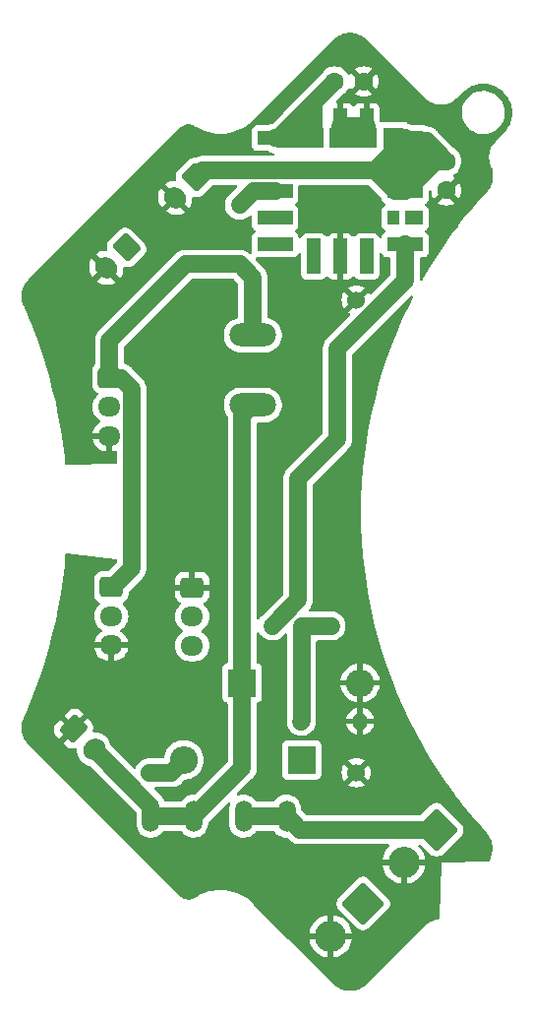
<source format=gbr>
%TF.GenerationSoftware,KiCad,Pcbnew,7.0.9*%
%TF.CreationDate,2024-12-16T14:55:57+09:00*%
%TF.ProjectId,____,fb90fa7f-2e6b-4696-9361-645f70636258,rev?*%
%TF.SameCoordinates,Original*%
%TF.FileFunction,Copper,L1,Top*%
%TF.FilePolarity,Positive*%
%FSLAX46Y46*%
G04 Gerber Fmt 4.6, Leading zero omitted, Abs format (unit mm)*
G04 Created by KiCad (PCBNEW 7.0.9) date 2024-12-16 14:55:57*
%MOMM*%
%LPD*%
G01*
G04 APERTURE LIST*
G04 Aperture macros list*
%AMRoundRect*
0 Rectangle with rounded corners*
0 $1 Rounding radius*
0 $2 $3 $4 $5 $6 $7 $8 $9 X,Y pos of 4 corners*
0 Add a 4 corners polygon primitive as box body*
4,1,4,$2,$3,$4,$5,$6,$7,$8,$9,$2,$3,0*
0 Add four circle primitives for the rounded corners*
1,1,$1+$1,$2,$3*
1,1,$1+$1,$4,$5*
1,1,$1+$1,$6,$7*
1,1,$1+$1,$8,$9*
0 Add four rect primitives between the rounded corners*
20,1,$1+$1,$2,$3,$4,$5,0*
20,1,$1+$1,$4,$5,$6,$7,0*
20,1,$1+$1,$6,$7,$8,$9,0*
20,1,$1+$1,$8,$9,$2,$3,0*%
%AMHorizOval*
0 Thick line with rounded ends*
0 $1 width*
0 $2 $3 position (X,Y) of the first rounded end (center of the circle)*
0 $4 $5 position (X,Y) of the second rounded end (center of the circle)*
0 Add line between two ends*
20,1,$1,$2,$3,$4,$5,0*
0 Add two circle primitives to create the rounded ends*
1,1,$1,$2,$3*
1,1,$1,$4,$5*%
%AMOutline4P*
0 Free polygon, 4 corners , with rotation*
0 The origin of the aperture is its center*
0 number of corners: always 4*
0 $1 to $8 corner X, Y*
0 $9 Rotation angle, in degrees counterclockwise*
0 create outline with 4 corners*
4,1,4,$1,$2,$3,$4,$5,$6,$7,$8,$1,$2,$9*%
G04 Aperture macros list end*
%TA.AperFunction,ComponentPad*%
%ADD10RoundRect,0.250000X-0.954594X-0.106066X-0.106066X-0.954594X0.954594X0.106066X0.106066X0.954594X0*%
%TD*%
%TA.AperFunction,ComponentPad*%
%ADD11HorizOval,1.700000X-0.106066X-0.106066X0.106066X0.106066X0*%
%TD*%
%TA.AperFunction,ComponentPad*%
%ADD12R,2.400000X2.400000*%
%TD*%
%TA.AperFunction,ComponentPad*%
%ADD13O,2.400000X2.400000*%
%TD*%
%TA.AperFunction,ComponentPad*%
%ADD14C,1.400000*%
%TD*%
%TA.AperFunction,ComponentPad*%
%ADD15O,1.400000X1.400000*%
%TD*%
%TA.AperFunction,ComponentPad*%
%ADD16C,1.440000*%
%TD*%
%TA.AperFunction,ComponentPad*%
%ADD17O,1.500000X2.700000*%
%TD*%
%TA.AperFunction,ComponentPad*%
%ADD18RoundRect,0.250000X-0.725000X0.600000X-0.725000X-0.600000X0.725000X-0.600000X0.725000X0.600000X0*%
%TD*%
%TA.AperFunction,ComponentPad*%
%ADD19O,1.950000X1.700000*%
%TD*%
%TA.AperFunction,ComponentPad*%
%ADD20O,4.000000X2.000000*%
%TD*%
%TA.AperFunction,ComponentPad*%
%ADD21RoundRect,0.250001X0.000000X1.555634X-1.555634X0.000000X0.000000X-1.555634X1.555634X0.000000X0*%
%TD*%
%TA.AperFunction,ComponentPad*%
%ADD22C,2.700000*%
%TD*%
%TA.AperFunction,ComponentPad*%
%ADD23RoundRect,0.250000X-0.106066X0.954594X-0.954594X0.106066X0.106066X-0.954594X0.954594X-0.106066X0*%
%TD*%
%TA.AperFunction,ComponentPad*%
%ADD24HorizOval,1.700000X-0.106066X0.106066X0.106066X-0.106066X0*%
%TD*%
%TA.AperFunction,ComponentPad*%
%ADD25C,1.600000*%
%TD*%
%TA.AperFunction,SMDPad,CuDef*%
%ADD26Outline4P,-1.500000X-0.600000X1.500000X-0.600000X1.500000X0.600000X-1.500000X0.600000X0.000000*%
%TD*%
%TA.AperFunction,SMDPad,CuDef*%
%ADD27Outline4P,-2.035000X-0.885000X2.035000X-0.885000X2.035000X0.885000X-2.035000X0.885000X0.000000*%
%TD*%
%TA.AperFunction,SMDPad,CuDef*%
%ADD28Outline4P,-0.600000X-1.500000X0.600000X-1.500000X0.600000X1.500000X-0.600000X1.500000X0.000000*%
%TD*%
%TA.AperFunction,SMDPad,CuDef*%
%ADD29Outline4P,-0.885000X-2.035000X0.885000X-2.035000X0.885000X2.035000X-0.885000X2.035000X0.000000*%
%TD*%
%TA.AperFunction,SMDPad,CuDef*%
%ADD30Outline4P,-0.750000X-0.600000X0.750000X-0.600000X0.750000X0.600000X-0.750000X0.600000X0.000000*%
%TD*%
%TA.AperFunction,SMDPad,CuDef*%
%ADD31Outline4P,-0.500000X-0.600000X0.500000X-0.600000X0.500000X0.600000X-0.500000X0.600000X0.000000*%
%TD*%
%TA.AperFunction,ComponentPad*%
%ADD32C,1.524000*%
%TD*%
%TA.AperFunction,ViaPad*%
%ADD33C,0.800000*%
%TD*%
%TA.AperFunction,Conductor*%
%ADD34C,1.500000*%
%TD*%
G04 APERTURE END LIST*
D10*
%TO.P,Voltmeter,1,Pin_1*%
%TO.N,GND*%
X102844600Y-125831600D03*
D11*
%TO.P,Voltmeter,2,Pin_2*%
%TO.N,\u96FB\u5727\u8A08*%
X104612367Y-127599367D03*
%TD*%
D12*
%TO.P,D1,1,K*%
%TO.N,\u96FB\u5727\u8A08*%
X117373400Y-121894600D03*
D13*
%TO.P,D1,2,A*%
%TO.N,GND*%
X127533400Y-121894600D03*
%TD*%
D14*
%TO.P,R2,1*%
%TO.N,Net-(R2-Pad1)*%
X122453400Y-125196600D03*
D15*
%TO.P,R2,2*%
%TO.N,GND*%
X127533400Y-125196600D03*
%TD*%
D16*
%TO.P,RV1,1,1*%
%TO.N,Net-(R2-Pad1)*%
X125018800Y-116992400D03*
%TO.P,RV1,2,2*%
X122478800Y-116992400D03*
%TO.P,RV1,3,3*%
%TO.N,Net-(U1-TRIM)*%
X119938800Y-116992400D03*
%TD*%
D17*
%TO.P,Fuse,1*%
%TO.N,Net-(BT1-+)*%
X121208800Y-133350000D03*
X117508800Y-133350000D03*
%TO.P,Fuse,2*%
%TO.N,\u96FB\u5727\u8A08*%
X113208800Y-133350000D03*
X109508800Y-133350000D03*
%TD*%
D18*
%TO.P,12V_Out,1,Pin_1*%
%TO.N,+12V*%
X106095800Y-113665000D03*
D19*
%TO.P,12V_Out,2,Pin_2*%
%TO.N,unconnected-(J1-Pin_2-Pad2)*%
X106095800Y-116165000D03*
%TO.P,12V_Out,3,Pin_3*%
%TO.N,GND*%
X106095800Y-118665000D03*
%TD*%
D18*
%TO.P,SW2,1*%
%TO.N,GND*%
X113055400Y-113690400D03*
D19*
%TO.P,SW2,2*%
%TO.N,Net-(U1-ON{slash}OFF_CTRL)*%
X113055400Y-116190400D03*
%TO.P,SW2,3*%
%TO.N,N/C*%
X113055400Y-118690400D03*
%TD*%
D20*
%TO.P,SW1,1*%
%TO.N,\u96FB\u5727\u8A08*%
X118287800Y-97993200D03*
%TO.P,SW1,2*%
%TO.N,+12V*%
X118287800Y-91993200D03*
%TD*%
D21*
%TO.P,BT_Input,1,+*%
%TO.N,Net-(BT1-+)*%
X134097580Y-134523238D03*
D22*
%TO.P,BT_Input,2,-*%
%TO.N,GND*%
X131297437Y-137323381D03*
%TD*%
D14*
%TO.P,R1,1*%
%TO.N,+12V*%
X117144800Y-85902800D03*
D15*
%TO.P,R1,2*%
%TO.N,Net-(U1-ON{slash}OFF_CTRL)*%
X117144800Y-80822800D03*
%TD*%
D23*
%TO.P,5V_out,1,Pin_1*%
%TO.N,+5V*%
X107416600Y-84455000D03*
D24*
%TO.P,5V_out,2,Pin_2*%
%TO.N,GND*%
X105648833Y-86222767D03*
%TD*%
D25*
%TO.P,C3,1*%
%TO.N,+5V*%
X134950200Y-77038200D03*
%TO.P,C3,2*%
%TO.N,GND*%
X134950200Y-79538200D03*
%TD*%
D23*
%TO.P,J4,1,Pin_1*%
%TO.N,+5V*%
X113360200Y-78435200D03*
D24*
%TO.P,J4,2,Pin_2*%
%TO.N,GND*%
X111592433Y-80202967D03*
%TD*%
D18*
%TO.P,J2,1,Pin_1*%
%TO.N,+12V*%
X105943400Y-95660200D03*
D19*
%TO.P,J2,2,Pin_2*%
%TO.N,unconnected-(J2-Pin_2-Pad2)*%
X105943400Y-98160200D03*
%TO.P,J2,3,Pin_3*%
%TO.N,GND*%
X105943400Y-100660200D03*
%TD*%
D25*
%TO.P,C2,1*%
%TO.N,+12V*%
X125338200Y-70180200D03*
%TO.P,C2,2*%
%TO.N,GND*%
X127838200Y-70180200D03*
%TD*%
D12*
%TO.P,D2,1,K*%
%TO.N,+48V*%
X122504200Y-128524000D03*
D13*
%TO.P,D2,2,A*%
%TO.N,Net-(D2-A)*%
X112344200Y-128524000D03*
%TD*%
D21*
%TO.P,J3,1,Pin_1*%
%TO.N,+48V*%
X127787400Y-140868400D03*
D22*
%TO.P,J3,2,Pin_2*%
%TO.N,GND*%
X124987257Y-143668543D03*
%TD*%
D26*
%TO.P,U1,1,ON/OFF_CTRL*%
%TO.N,Net-(U1-ON{slash}OFF_CTRL)*%
X120206200Y-79629000D03*
%TO.P,U1,2,VIN*%
%TO.N,+12V*%
X120206200Y-75049000D03*
D27*
X122371200Y-75049000D03*
D28*
X123516200Y-74029000D03*
%TO.P,U1,3,GND*%
%TO.N,GND*%
X125806200Y-74029000D03*
D27*
X126951200Y-75049000D03*
D28*
X128096200Y-74029000D03*
D29*
%TO.P,U1,4,VOUT*%
%TO.N,+5V*%
X130406200Y-76194000D03*
D26*
X131406200Y-75049000D03*
%TO.P,U1,5,SENSE*%
X131406200Y-79629000D03*
%TO.P,U1,6,TRIM*%
%TO.N,Net-(U1-TRIM)*%
X131406200Y-84209000D03*
D28*
%TO.P,U1,7,GND*%
%TO.N,GND*%
X125806200Y-85229000D03*
%TO.P,U1,8*%
%TO.N,N/C*%
X123516200Y-85229000D03*
D26*
%TO.P,U1,9*%
X120206200Y-84209000D03*
%TO.P,U1,10,PG_OUT*%
%TO.N,unconnected-(U1-PG_OUT-Pad10)*%
X120206200Y-81919000D03*
D30*
%TO.P,U1,11*%
%TO.N,N/C*%
X132156200Y-81919000D03*
D28*
%TO.P,U1,12*%
X128096200Y-85229000D03*
D31*
%TO.P,U1,13*%
X130406200Y-81919000D03*
%TD*%
D32*
%TO.P,U2,1,IN\uFF0B*%
%TO.N,+12V*%
X109423200Y-88976200D03*
%TO.P,U2,2,IN\uFF0D*%
%TO.N,GND*%
X127203200Y-88976200D03*
%TO.P,U2,3,OUT\uFF0B*%
%TO.N,Net-(D2-A)*%
X109423200Y-129616200D03*
%TO.P,U2,4,OUT\uFF0D*%
%TO.N,GND*%
X127203200Y-129616200D03*
%TD*%
D33*
%TO.N,GND*%
X113360200Y-89763600D03*
X129895600Y-72999600D03*
X119278400Y-115011200D03*
X123952000Y-115239800D03*
X126060200Y-82651600D03*
%TD*%
D34*
%TO.N,GND*%
X125806200Y-74029000D02*
X128096200Y-74029000D01*
%TO.N,+12V*%
X105943400Y-92456000D02*
X109423200Y-88976200D01*
X125338200Y-70180200D02*
X123516200Y-72002200D01*
X118287800Y-87045800D02*
X117144800Y-85902800D01*
X120469400Y-75049000D02*
X121825700Y-73692700D01*
X105943400Y-95660200D02*
X105943400Y-92456000D01*
X107868400Y-96610200D02*
X107868400Y-112015506D01*
X105772816Y-95660200D02*
X105943400Y-95660200D01*
X123516200Y-72002200D02*
X123516200Y-74029000D01*
X117144800Y-85902800D02*
X112496600Y-85902800D01*
X112496600Y-85902800D02*
X109423200Y-88976200D01*
X118287800Y-91993200D02*
X118287800Y-87045800D01*
X105943400Y-95660200D02*
X106918400Y-95660200D01*
X120206200Y-75049000D02*
X120469400Y-75049000D01*
X107868400Y-112015506D02*
X106218906Y-113665000D01*
X121825700Y-73692700D02*
X123516200Y-72002200D01*
X122162000Y-74029000D02*
X121825700Y-73692700D01*
X106918400Y-95660200D02*
X107868400Y-96610200D01*
X123516200Y-74029000D02*
X122162000Y-74029000D01*
%TO.N,+5V*%
X131406200Y-79629000D02*
X130560882Y-79629000D01*
X131406200Y-75049000D02*
X131642800Y-75285600D01*
X134950200Y-77038200D02*
X133223000Y-75311000D01*
X129618641Y-78686759D02*
X128766041Y-77834159D01*
X113961241Y-77834159D02*
X128766041Y-77834159D01*
X131642800Y-75285600D02*
X133223000Y-75285600D01*
X134950200Y-77038200D02*
X131250400Y-77038200D01*
X132407500Y-76050300D02*
X132263800Y-76194000D01*
X133395400Y-77038200D02*
X132407500Y-76050300D01*
X133997000Y-77038200D02*
X131406200Y-79629000D01*
X128766041Y-77834159D02*
X130406200Y-76194000D01*
X131406200Y-78790800D02*
X131406200Y-77194000D01*
X131406200Y-77194000D02*
X130406200Y-76194000D01*
X132407500Y-76050300D02*
X131406200Y-75049000D01*
X134950200Y-77038200D02*
X133997000Y-77038200D01*
X130560882Y-79629000D02*
X129618641Y-78686759D01*
X133223000Y-75311000D02*
X133223000Y-75285600D01*
X134950200Y-77038200D02*
X133395400Y-77038200D01*
X131406200Y-78790800D02*
X129722682Y-78790800D01*
X132263800Y-76194000D02*
X130406200Y-76194000D01*
X129722682Y-78790800D02*
X129618641Y-78686759D01*
X131250400Y-77038200D02*
X130406200Y-76194000D01*
X113360200Y-78435200D02*
X113961241Y-77834159D01*
X131406200Y-79629000D02*
X131406200Y-78790800D01*
%TO.N,Net-(U1-ON{slash}OFF_CTRL)*%
X120206200Y-79629000D02*
X118338600Y-79629000D01*
X118338600Y-79629000D02*
X117144800Y-80822800D01*
%TO.N,Net-(R2-Pad1)*%
X122478800Y-116992400D02*
X125018800Y-116992400D01*
X122478800Y-125171200D02*
X122453400Y-125196600D01*
X122478800Y-116992400D02*
X122478800Y-125171200D01*
%TO.N,Net-(U1-TRIM)*%
X125577600Y-100914200D02*
X125577600Y-93141800D01*
X131406200Y-87313200D02*
X131406200Y-84209000D01*
X122174000Y-114757200D02*
X122174000Y-104317800D01*
X122174000Y-104317800D02*
X125577600Y-100914200D01*
X125577600Y-93141800D02*
X131406200Y-87313200D01*
X119938800Y-116992400D02*
X122174000Y-114757200D01*
%TO.N,Net-(D2-A)*%
X109423200Y-129616200D02*
X111252000Y-129616200D01*
X111252000Y-129616200D02*
X112344200Y-128524000D01*
%TO.N,Net-(BT1-+)*%
X134097580Y-134523238D02*
X122382038Y-134523238D01*
X117508800Y-133350000D02*
X121208800Y-133350000D01*
X122382038Y-134523238D02*
X121208800Y-133350000D01*
%TO.N,\u96FB\u5727\u8A08*%
X117373400Y-121894600D02*
X117373400Y-129185400D01*
X117373400Y-129185400D02*
X113208800Y-133350000D01*
X109508800Y-133350000D02*
X109508800Y-132495800D01*
X117373400Y-121894600D02*
X117373400Y-98907600D01*
X109508800Y-133350000D02*
X113208800Y-133350000D01*
X109508800Y-132495800D02*
X104612367Y-127599367D01*
X117373400Y-98907600D02*
X118287800Y-97993200D01*
%TD*%
%TA.AperFunction,Conductor*%
%TO.N,GND*%
G36*
X128263744Y-79104344D02*
G01*
X128284386Y-79120978D01*
X128786324Y-79622916D01*
X128790961Y-79628104D01*
X128815174Y-79658466D01*
X128866649Y-79703439D01*
X128869682Y-79706274D01*
X129141674Y-79978266D01*
X129370602Y-80207194D01*
X129404087Y-80268517D01*
X129406211Y-80281621D01*
X129412108Y-80336483D01*
X129462402Y-80471328D01*
X129462406Y-80471335D01*
X129548652Y-80586544D01*
X129548653Y-80586544D01*
X129548654Y-80586546D01*
X129589636Y-80617225D01*
X129666457Y-80674734D01*
X129708327Y-80730668D01*
X129713311Y-80800360D01*
X129679825Y-80861682D01*
X129666457Y-80873266D01*
X129548652Y-80961455D01*
X129462406Y-81076664D01*
X129462402Y-81076671D01*
X129412108Y-81211517D01*
X129405701Y-81271116D01*
X129405701Y-81271123D01*
X129405700Y-81271135D01*
X129405700Y-82566870D01*
X129405701Y-82566876D01*
X129412108Y-82626483D01*
X129462402Y-82761328D01*
X129462406Y-82761335D01*
X129548652Y-82876544D01*
X129548653Y-82876544D01*
X129548654Y-82876546D01*
X129601309Y-82915964D01*
X129666457Y-82964734D01*
X129708327Y-83020668D01*
X129713311Y-83090360D01*
X129679825Y-83151682D01*
X129666457Y-83163266D01*
X129548652Y-83251455D01*
X129462406Y-83366664D01*
X129462402Y-83366671D01*
X129412108Y-83501516D01*
X129408554Y-83534578D01*
X129381816Y-83599129D01*
X129324423Y-83638977D01*
X129254598Y-83641470D01*
X129194509Y-83605817D01*
X129169083Y-83564655D01*
X129139997Y-83486671D01*
X129139993Y-83486664D01*
X129053747Y-83371455D01*
X129053744Y-83371452D01*
X128938535Y-83285206D01*
X128938528Y-83285202D01*
X128803682Y-83234908D01*
X128803683Y-83234908D01*
X128744083Y-83228501D01*
X128744081Y-83228500D01*
X128744073Y-83228500D01*
X128744064Y-83228500D01*
X127448329Y-83228500D01*
X127448323Y-83228501D01*
X127388716Y-83234908D01*
X127253871Y-83285202D01*
X127253864Y-83285206D01*
X127138655Y-83371452D01*
X127050153Y-83489674D01*
X126994219Y-83531544D01*
X126924527Y-83536528D01*
X126863204Y-83503042D01*
X126851620Y-83489673D01*
X126763386Y-83371809D01*
X126648293Y-83285649D01*
X126648286Y-83285645D01*
X126513579Y-83235403D01*
X126513572Y-83235401D01*
X126454044Y-83229000D01*
X126056200Y-83229000D01*
X126056200Y-87229000D01*
X126454028Y-87229000D01*
X126454044Y-87228999D01*
X126513572Y-87222598D01*
X126513579Y-87222596D01*
X126648286Y-87172354D01*
X126648293Y-87172350D01*
X126763386Y-87086191D01*
X126851620Y-86968326D01*
X126907554Y-86926455D01*
X126977245Y-86921471D01*
X127038569Y-86954956D01*
X127050153Y-86968325D01*
X127115441Y-87055538D01*
X127138387Y-87086190D01*
X127138655Y-87086547D01*
X127253864Y-87172793D01*
X127253871Y-87172797D01*
X127388717Y-87223091D01*
X127388716Y-87223091D01*
X127395644Y-87223835D01*
X127448327Y-87229500D01*
X128744072Y-87229499D01*
X128803683Y-87223091D01*
X128938531Y-87172796D01*
X129053746Y-87086546D01*
X129139996Y-86971331D01*
X129190291Y-86836483D01*
X129196700Y-86776873D01*
X129196699Y-85026233D01*
X129216384Y-84959196D01*
X129269187Y-84913441D01*
X129338346Y-84903497D01*
X129401902Y-84932522D01*
X129436881Y-84982902D01*
X129462402Y-85051328D01*
X129462406Y-85051335D01*
X129548652Y-85166544D01*
X129548655Y-85166547D01*
X129663864Y-85252793D01*
X129663871Y-85252797D01*
X129708818Y-85269561D01*
X129798717Y-85303091D01*
X129858327Y-85309500D01*
X130031700Y-85309499D01*
X130098739Y-85329183D01*
X130144494Y-85381987D01*
X130155700Y-85433499D01*
X130155700Y-86743863D01*
X130136015Y-86810902D01*
X130119381Y-86831544D01*
X128523416Y-88427508D01*
X128462093Y-88460993D01*
X128392401Y-88456009D01*
X128336468Y-88414137D01*
X128323352Y-88392230D01*
X128300298Y-88342789D01*
X128254940Y-88278011D01*
X127588103Y-88944848D01*
X127588149Y-88944302D01*
X127556934Y-88821038D01*
X127487387Y-88714588D01*
X127387043Y-88636487D01*
X127266778Y-88595200D01*
X127230647Y-88595200D01*
X127901387Y-87924458D01*
X127836609Y-87879100D01*
X127836607Y-87879099D01*
X127636484Y-87785780D01*
X127636470Y-87785775D01*
X127423186Y-87728626D01*
X127423176Y-87728624D01*
X127203201Y-87709379D01*
X127203199Y-87709379D01*
X126983223Y-87728624D01*
X126983213Y-87728626D01*
X126769929Y-87785775D01*
X126769920Y-87785779D01*
X126569786Y-87879103D01*
X126505012Y-87924457D01*
X126505011Y-87924458D01*
X127175754Y-88595200D01*
X127171631Y-88595200D01*
X127077779Y-88610861D01*
X126965949Y-88671380D01*
X126879829Y-88764931D01*
X126828752Y-88881377D01*
X126823094Y-88949647D01*
X126151458Y-88278011D01*
X126151457Y-88278012D01*
X126106103Y-88342786D01*
X126012779Y-88542920D01*
X126012775Y-88542929D01*
X125955626Y-88756213D01*
X125955624Y-88756223D01*
X125936379Y-88976199D01*
X125936379Y-88976200D01*
X125955624Y-89196176D01*
X125955626Y-89196186D01*
X126012775Y-89409470D01*
X126012780Y-89409484D01*
X126106099Y-89609607D01*
X126106100Y-89609609D01*
X126151458Y-89674387D01*
X126818296Y-89007549D01*
X126818251Y-89008098D01*
X126849466Y-89131362D01*
X126919013Y-89237812D01*
X127019357Y-89315913D01*
X127139622Y-89357200D01*
X127175753Y-89357200D01*
X126505011Y-90027941D01*
X126569782Y-90073294D01*
X126569788Y-90073298D01*
X126619231Y-90096354D01*
X126671670Y-90142526D01*
X126690822Y-90209720D01*
X126670606Y-90276601D01*
X126654507Y-90296417D01*
X124745485Y-92205439D01*
X124740299Y-92210074D01*
X124709937Y-92234288D01*
X124709933Y-92234292D01*
X124664965Y-92285760D01*
X124662121Y-92288803D01*
X124653664Y-92297261D01*
X124653654Y-92297272D01*
X124626649Y-92329618D01*
X124561834Y-92403804D01*
X124561830Y-92403810D01*
X124559581Y-92407574D01*
X124548346Y-92423408D01*
X124545534Y-92426777D01*
X124545532Y-92426781D01*
X124496916Y-92512459D01*
X124468921Y-92559314D01*
X124446383Y-92597038D01*
X124444847Y-92601132D01*
X124436608Y-92618745D01*
X124434450Y-92622547D01*
X124434446Y-92622557D01*
X124401907Y-92715546D01*
X124367294Y-92807770D01*
X124367289Y-92807788D01*
X124366509Y-92812088D01*
X124361552Y-92830869D01*
X124360103Y-92835009D01*
X124360102Y-92835015D01*
X124344689Y-92932327D01*
X124327100Y-93029248D01*
X124327100Y-93033627D01*
X124325573Y-93053029D01*
X124324889Y-93057340D01*
X124327100Y-93155821D01*
X124327100Y-100344863D01*
X124307415Y-100411902D01*
X124290781Y-100432544D01*
X121341885Y-103381439D01*
X121336699Y-103386074D01*
X121306337Y-103410288D01*
X121306333Y-103410292D01*
X121261365Y-103461760D01*
X121258521Y-103464803D01*
X121250064Y-103473261D01*
X121250054Y-103473272D01*
X121223049Y-103505618D01*
X121158234Y-103579804D01*
X121158230Y-103579810D01*
X121155981Y-103583574D01*
X121144746Y-103599408D01*
X121141934Y-103602777D01*
X121141932Y-103602781D01*
X121093316Y-103688459D01*
X121065321Y-103735314D01*
X121042783Y-103773038D01*
X121041247Y-103777132D01*
X121033008Y-103794745D01*
X121030850Y-103798547D01*
X121030846Y-103798557D01*
X120998307Y-103891546D01*
X120963694Y-103983770D01*
X120963689Y-103983788D01*
X120962909Y-103988088D01*
X120957952Y-104006869D01*
X120956503Y-104011009D01*
X120956502Y-104011015D01*
X120941089Y-104108327D01*
X120923500Y-104205248D01*
X120923500Y-104209627D01*
X120921973Y-104229029D01*
X120921289Y-104233340D01*
X120923500Y-104331821D01*
X120923500Y-114187864D01*
X120903815Y-114254903D01*
X120887181Y-114275545D01*
X119014859Y-116147866D01*
X118906732Y-116277380D01*
X118906731Y-116277381D01*
X118855748Y-116367234D01*
X118805543Y-116415826D01*
X118737037Y-116429562D01*
X118671980Y-116404080D01*
X118631027Y-116347471D01*
X118623900Y-116306039D01*
X118623900Y-99617700D01*
X118643585Y-99550661D01*
X118696389Y-99504906D01*
X118747900Y-99493700D01*
X119349865Y-99493700D01*
X119349867Y-99493700D01*
X119411084Y-99488627D01*
X119535613Y-99478309D01*
X119535616Y-99478308D01*
X119535621Y-99478308D01*
X119776681Y-99417263D01*
X120004407Y-99317373D01*
X120212585Y-99181364D01*
X120395538Y-99012944D01*
X120548274Y-98816709D01*
X120666628Y-98598010D01*
X120747371Y-98362814D01*
X120788300Y-98117535D01*
X120788300Y-97868865D01*
X120747371Y-97623586D01*
X120666628Y-97388390D01*
X120548274Y-97169691D01*
X120395538Y-96973456D01*
X120212585Y-96805036D01*
X120212582Y-96805033D01*
X120004406Y-96669026D01*
X119776681Y-96569136D01*
X119535624Y-96508092D01*
X119535613Y-96508090D01*
X119370348Y-96494397D01*
X119349867Y-96492700D01*
X117225733Y-96492700D01*
X117206321Y-96494308D01*
X117039986Y-96508090D01*
X117039975Y-96508092D01*
X116798918Y-96569136D01*
X116571193Y-96669026D01*
X116363017Y-96805033D01*
X116180061Y-96973457D01*
X116027324Y-97169693D01*
X115908972Y-97388388D01*
X115908969Y-97388397D01*
X115828229Y-97623583D01*
X115787300Y-97868865D01*
X115787300Y-98117534D01*
X115828229Y-98362816D01*
X115908969Y-98598002D01*
X115908972Y-98598011D01*
X116027325Y-98816708D01*
X116027328Y-98816712D01*
X116096753Y-98905909D01*
X116122396Y-98970903D01*
X116122900Y-98982071D01*
X116122900Y-120093160D01*
X116103215Y-120160199D01*
X116050411Y-120205954D01*
X116042233Y-120209342D01*
X115931071Y-120250802D01*
X115931064Y-120250806D01*
X115815855Y-120337052D01*
X115815852Y-120337055D01*
X115729606Y-120452264D01*
X115729602Y-120452271D01*
X115679308Y-120587117D01*
X115672901Y-120646716D01*
X115672901Y-120646723D01*
X115672900Y-120646735D01*
X115672900Y-123142470D01*
X115672901Y-123142476D01*
X115679308Y-123202083D01*
X115729602Y-123336928D01*
X115729606Y-123336935D01*
X115815852Y-123452144D01*
X115815855Y-123452147D01*
X115931064Y-123538393D01*
X115931073Y-123538398D01*
X116042232Y-123579857D01*
X116098166Y-123621727D01*
X116122584Y-123687192D01*
X116122900Y-123696039D01*
X116122900Y-128616063D01*
X116103215Y-128683102D01*
X116086581Y-128703744D01*
X113327151Y-131463173D01*
X113265828Y-131496658D01*
X113233907Y-131499367D01*
X113152473Y-131495709D01*
X113026576Y-131512763D01*
X112929413Y-131525925D01*
X112929410Y-131525925D01*
X112929409Y-131525926D01*
X112715334Y-131595483D01*
X112517121Y-131702146D01*
X112517118Y-131702148D01*
X112341136Y-131842489D01*
X112193032Y-132012006D01*
X112176846Y-132039099D01*
X112125563Y-132086553D01*
X112070398Y-132099500D01*
X110783816Y-132099500D01*
X110716777Y-132079815D01*
X110672096Y-132029301D01*
X110641546Y-131965864D01*
X110600808Y-131876177D01*
X110600807Y-131876174D01*
X110598317Y-131872580D01*
X110588525Y-131855764D01*
X110586631Y-131851830D01*
X110528721Y-131772122D01*
X110472626Y-131691154D01*
X110472623Y-131691150D01*
X110472620Y-131691146D01*
X110469529Y-131688055D01*
X110456893Y-131673261D01*
X110454321Y-131669721D01*
X110454319Y-131669719D01*
X110383120Y-131601646D01*
X109859855Y-131078381D01*
X109826370Y-131017058D01*
X109831354Y-130947366D01*
X109873226Y-130891433D01*
X109938690Y-130867016D01*
X109947536Y-130866700D01*
X111178293Y-130866700D01*
X111185231Y-130867089D01*
X111223827Y-130871438D01*
X111223829Y-130871437D01*
X111223830Y-130871438D01*
X111241586Y-130870240D01*
X111292032Y-130866839D01*
X111296188Y-130866700D01*
X111308147Y-130866700D01*
X111308155Y-130866700D01*
X111350123Y-130862922D01*
X111448412Y-130856296D01*
X111452646Y-130855228D01*
X111471841Y-130851967D01*
X111476188Y-130851577D01*
X111571165Y-130825364D01*
X111666683Y-130801296D01*
X111670655Y-130799491D01*
X111688962Y-130792854D01*
X111693170Y-130791693D01*
X111781935Y-130748946D01*
X111871626Y-130708207D01*
X111875220Y-130705716D01*
X111892035Y-130695924D01*
X111895973Y-130694029D01*
X111975676Y-130636121D01*
X112056654Y-130580020D01*
X112059743Y-130576930D01*
X112074545Y-130564288D01*
X112078078Y-130561722D01*
X112146153Y-130490520D01*
X112375855Y-130260819D01*
X112437178Y-130227334D01*
X112463536Y-130224500D01*
X112471635Y-130224500D01*
X112723658Y-130186513D01*
X112967204Y-130111389D01*
X113196834Y-130000805D01*
X113407417Y-129857232D01*
X113594250Y-129683877D01*
X113753159Y-129484612D01*
X113880593Y-129263888D01*
X113973708Y-129026637D01*
X114030422Y-128778157D01*
X114040372Y-128645375D01*
X114049468Y-128524004D01*
X114049468Y-128523995D01*
X114030422Y-128269845D01*
X113981682Y-128056303D01*
X113973708Y-128021363D01*
X113880593Y-127784112D01*
X113753159Y-127563388D01*
X113594250Y-127364123D01*
X113407417Y-127190768D01*
X113196834Y-127047195D01*
X113196830Y-127047193D01*
X113196827Y-127047191D01*
X113196826Y-127047190D01*
X112967206Y-126936612D01*
X112967208Y-126936612D01*
X112723666Y-126861489D01*
X112723662Y-126861488D01*
X112723658Y-126861487D01*
X112602431Y-126843214D01*
X112471640Y-126823500D01*
X112471635Y-126823500D01*
X112216765Y-126823500D01*
X112216759Y-126823500D01*
X112059809Y-126847157D01*
X111964742Y-126861487D01*
X111964739Y-126861488D01*
X111964733Y-126861489D01*
X111721192Y-126936612D01*
X111491573Y-127047190D01*
X111491572Y-127047191D01*
X111280982Y-127190768D01*
X111094152Y-127364121D01*
X111094150Y-127364123D01*
X110935241Y-127563388D01*
X110807808Y-127784109D01*
X110714692Y-128021362D01*
X110714690Y-128021369D01*
X110658103Y-128269293D01*
X110623994Y-128330271D01*
X110562333Y-128363129D01*
X110537212Y-128365700D01*
X109618198Y-128365700D01*
X109612796Y-128365464D01*
X109481129Y-128353945D01*
X109423202Y-128348877D01*
X109423198Y-128348877D01*
X109203137Y-128368129D01*
X109203129Y-128368130D01*
X108989754Y-128425304D01*
X108989748Y-128425307D01*
X108789540Y-128518665D01*
X108789538Y-128518666D01*
X108608577Y-128645375D01*
X108452375Y-128801577D01*
X108325666Y-128982538D01*
X108325665Y-128982540D01*
X108232304Y-129182753D01*
X108231237Y-129186736D01*
X108194866Y-129246393D01*
X108132016Y-129276915D01*
X108062641Y-129268613D01*
X108023785Y-129242311D01*
X106077807Y-127296333D01*
X106044322Y-127235010D01*
X106043372Y-127230184D01*
X106031220Y-127161268D01*
X106027899Y-127142431D01*
X105947078Y-126920375D01*
X105828924Y-126715727D01*
X105705719Y-126568896D01*
X105677029Y-126534704D01*
X105496008Y-126382811D01*
X105496007Y-126382810D01*
X105332845Y-126288608D01*
X105291363Y-126264658D01*
X105291360Y-126264657D01*
X105291359Y-126264656D01*
X105192815Y-126228789D01*
X105069303Y-126183834D01*
X104836588Y-126142801D01*
X104836586Y-126142801D01*
X104627900Y-126142801D01*
X104560861Y-126123116D01*
X104515106Y-126070312D01*
X104505162Y-126001154D01*
X104507243Y-125990204D01*
X104549195Y-125813197D01*
X104549195Y-125637873D01*
X104508760Y-125467269D01*
X104430077Y-125310598D01*
X104430076Y-125310597D01*
X104364868Y-125230547D01*
X104364863Y-125230542D01*
X104082035Y-124947716D01*
X103327676Y-125702075D01*
X103304093Y-125621756D01*
X103226361Y-125500802D01*
X103117700Y-125406648D01*
X102986915Y-125346920D01*
X102977134Y-125345513D01*
X103728483Y-124594163D01*
X103445647Y-124311329D01*
X103445640Y-124311323D01*
X103365610Y-124246129D01*
X103365597Y-124246120D01*
X103208930Y-124167439D01*
X103038326Y-124127005D01*
X102863006Y-124127005D01*
X102692401Y-124167439D01*
X102535730Y-124246122D01*
X102535729Y-124246123D01*
X102455679Y-124311331D01*
X102455663Y-124311346D01*
X102066782Y-124700228D01*
X102066782Y-124700229D01*
X102712066Y-125345513D01*
X102702285Y-125346920D01*
X102571500Y-125406648D01*
X102462839Y-125500802D01*
X102385107Y-125621756D01*
X102361523Y-125702076D01*
X101713229Y-125053782D01*
X101324329Y-125442684D01*
X101324323Y-125442691D01*
X101259129Y-125522721D01*
X101259120Y-125522734D01*
X101180439Y-125679401D01*
X101140005Y-125850005D01*
X101140005Y-126025326D01*
X101180439Y-126195930D01*
X101259122Y-126352601D01*
X101259123Y-126352602D01*
X101324331Y-126432652D01*
X101324336Y-126432657D01*
X101607163Y-126715482D01*
X102361522Y-125961123D01*
X102385107Y-126041444D01*
X102462839Y-126162398D01*
X102571500Y-126256552D01*
X102702285Y-126316280D01*
X102712066Y-126317686D01*
X101960716Y-127069035D01*
X102243552Y-127351870D01*
X102243559Y-127351876D01*
X102323589Y-127417070D01*
X102323602Y-127417079D01*
X102480269Y-127495760D01*
X102650874Y-127536195D01*
X102826197Y-127536195D01*
X103003204Y-127494243D01*
X103072976Y-127497936D01*
X103129675Y-127538765D01*
X103155300Y-127603766D01*
X103155801Y-127614900D01*
X103155801Y-127823586D01*
X103196835Y-128056303D01*
X103274556Y-128269843D01*
X103277654Y-128278353D01*
X103277658Y-128278363D01*
X103395809Y-128483005D01*
X103395811Y-128483008D01*
X103547704Y-128664029D01*
X103678545Y-128773816D01*
X103728727Y-128815924D01*
X103933375Y-128934078D01*
X104155430Y-129014899D01*
X104221961Y-129026630D01*
X104243184Y-129030372D01*
X104305787Y-129061398D01*
X104309333Y-129064807D01*
X108221981Y-132977455D01*
X108255466Y-133038778D01*
X108258300Y-133065136D01*
X108258300Y-133320551D01*
X108258238Y-133323307D01*
X108256501Y-133361999D01*
X108254510Y-133406327D01*
X108254510Y-133406329D01*
X108257738Y-133430163D01*
X108258300Y-133438494D01*
X108258300Y-134006155D01*
X108262913Y-134057416D01*
X108273422Y-134174186D01*
X108273423Y-134174192D01*
X108333303Y-134391160D01*
X108333308Y-134391173D01*
X108430967Y-134593966D01*
X108430971Y-134593974D01*
X108563273Y-134776072D01*
X108563274Y-134776074D01*
X108563277Y-134776077D01*
X108563278Y-134776078D01*
X108648447Y-134857508D01*
X108725976Y-134931633D01*
X108913833Y-135055636D01*
X109120804Y-135144100D01*
X109120807Y-135144101D01*
X109120812Y-135144103D01*
X109340263Y-135194191D01*
X109565130Y-135204290D01*
X109788187Y-135174075D01*
X110002264Y-135104517D01*
X110200481Y-134997852D01*
X110376466Y-134857508D01*
X110524565Y-134687996D01*
X110524567Y-134687993D01*
X110540754Y-134660901D01*
X110592037Y-134613447D01*
X110647202Y-134600500D01*
X112072532Y-134600500D01*
X112139571Y-134620185D01*
X112172850Y-134651615D01*
X112263273Y-134776072D01*
X112263274Y-134776074D01*
X112263277Y-134776077D01*
X112263278Y-134776078D01*
X112348447Y-134857508D01*
X112425976Y-134931633D01*
X112613833Y-135055636D01*
X112820804Y-135144100D01*
X112820807Y-135144101D01*
X112820812Y-135144103D01*
X113040263Y-135194191D01*
X113265130Y-135204290D01*
X113488187Y-135174075D01*
X113702264Y-135104517D01*
X113900481Y-134997852D01*
X114076466Y-134857508D01*
X114224565Y-134687996D01*
X114340015Y-134494764D01*
X114419107Y-134284024D01*
X114459300Y-134062547D01*
X114459300Y-133919335D01*
X114478985Y-133852296D01*
X114495614Y-133831659D01*
X116126064Y-132201209D01*
X116187384Y-132167726D01*
X116257076Y-132172710D01*
X116313009Y-132214582D01*
X116337426Y-132280046D01*
X116329835Y-132332462D01*
X116298492Y-132415974D01*
X116258300Y-132637450D01*
X116258300Y-133320551D01*
X116258238Y-133323307D01*
X116256501Y-133361999D01*
X116254510Y-133406327D01*
X116254510Y-133406329D01*
X116257738Y-133430163D01*
X116258300Y-133438494D01*
X116258300Y-134006155D01*
X116262913Y-134057416D01*
X116273422Y-134174186D01*
X116273423Y-134174192D01*
X116333303Y-134391160D01*
X116333308Y-134391173D01*
X116430967Y-134593966D01*
X116430971Y-134593974D01*
X116563273Y-134776072D01*
X116563274Y-134776074D01*
X116563277Y-134776077D01*
X116563278Y-134776078D01*
X116648447Y-134857508D01*
X116725976Y-134931633D01*
X116913833Y-135055636D01*
X117120804Y-135144100D01*
X117120807Y-135144101D01*
X117120812Y-135144103D01*
X117340263Y-135194191D01*
X117565130Y-135204290D01*
X117788187Y-135174075D01*
X118002264Y-135104517D01*
X118200481Y-134997852D01*
X118376466Y-134857508D01*
X118524565Y-134687996D01*
X118524567Y-134687993D01*
X118540754Y-134660901D01*
X118592037Y-134613447D01*
X118647202Y-134600500D01*
X120072532Y-134600500D01*
X120139571Y-134620185D01*
X120172850Y-134651615D01*
X120263273Y-134776072D01*
X120263274Y-134776074D01*
X120263277Y-134776077D01*
X120263278Y-134776078D01*
X120348447Y-134857508D01*
X120425976Y-134931633D01*
X120613833Y-135055636D01*
X120820804Y-135144100D01*
X120820807Y-135144101D01*
X120820812Y-135144103D01*
X121040263Y-135194191D01*
X121240782Y-135203196D01*
X121247918Y-135203517D01*
X121314007Y-135226189D01*
X121330036Y-135239711D01*
X121445683Y-135355358D01*
X121450320Y-135360546D01*
X121474530Y-135390904D01*
X121525997Y-135435870D01*
X121529030Y-135438705D01*
X121537507Y-135447182D01*
X121537513Y-135447188D01*
X121569871Y-135474202D01*
X121612876Y-135511774D01*
X121644042Y-135539003D01*
X121647804Y-135541251D01*
X121663660Y-135552502D01*
X121667019Y-135555306D01*
X121752697Y-135603921D01*
X121837270Y-135654451D01*
X121837271Y-135654451D01*
X121837274Y-135654453D01*
X121841365Y-135655988D01*
X121858993Y-135664234D01*
X121862793Y-135666391D01*
X121955784Y-135698930D01*
X122048014Y-135733545D01*
X122050603Y-135734014D01*
X122052312Y-135734325D01*
X122071127Y-135739291D01*
X122075255Y-135740736D01*
X122172565Y-135756148D01*
X122269488Y-135773738D01*
X122269491Y-135773738D01*
X122273866Y-135773738D01*
X122293269Y-135775266D01*
X122294976Y-135775535D01*
X122297578Y-135775948D01*
X122396040Y-135773738D01*
X129931422Y-135773738D01*
X129998461Y-135793423D01*
X130044216Y-135846227D01*
X130054160Y-135915385D01*
X130025135Y-135978941D01*
X130019103Y-135985419D01*
X129895738Y-136108783D01*
X129895728Y-136108795D01*
X129737139Y-136320644D01*
X129737138Y-136320645D01*
X129610321Y-136552893D01*
X129517837Y-136800852D01*
X129461590Y-137059418D01*
X129461589Y-137059426D01*
X129460591Y-137073380D01*
X129460591Y-137073381D01*
X130482061Y-137073381D01*
X130473590Y-137094641D01*
X130443679Y-137277092D01*
X130453688Y-137461707D01*
X130484695Y-137573381D01*
X129460591Y-137573381D01*
X129461589Y-137587335D01*
X129461590Y-137587343D01*
X129517837Y-137845909D01*
X129610321Y-138093868D01*
X129737138Y-138326116D01*
X129737139Y-138326117D01*
X129895728Y-138537966D01*
X129895738Y-138537978D01*
X130082839Y-138725079D01*
X130082851Y-138725089D01*
X130294700Y-138883678D01*
X130294701Y-138883679D01*
X130526950Y-139010496D01*
X130526949Y-139010496D01*
X130774908Y-139102980D01*
X131033474Y-139159227D01*
X131033482Y-139159228D01*
X131047436Y-139160226D01*
X131047437Y-139160226D01*
X131047437Y-138138700D01*
X131204994Y-138173381D01*
X131343521Y-138173381D01*
X131481239Y-138158403D01*
X131547437Y-138136098D01*
X131547437Y-139160226D01*
X131561391Y-139159228D01*
X131561399Y-139159227D01*
X131819965Y-139102980D01*
X132067924Y-139010496D01*
X132300172Y-138883679D01*
X132300173Y-138883678D01*
X132512022Y-138725089D01*
X132512034Y-138725079D01*
X132699135Y-138537978D01*
X132699145Y-138537966D01*
X132857734Y-138326117D01*
X132857735Y-138326116D01*
X132984552Y-138093868D01*
X133077036Y-137845909D01*
X133133283Y-137587343D01*
X133133284Y-137587335D01*
X133134282Y-137573381D01*
X132112813Y-137573381D01*
X132121284Y-137552121D01*
X132151195Y-137369670D01*
X132141186Y-137185055D01*
X132110179Y-137073381D01*
X133134283Y-137073381D01*
X133134282Y-137073380D01*
X133133284Y-137059426D01*
X133133283Y-137059418D01*
X133077036Y-136800852D01*
X132984552Y-136552893D01*
X132857735Y-136320645D01*
X132857734Y-136320644D01*
X132699145Y-136108795D01*
X132699135Y-136108783D01*
X132575771Y-135985419D01*
X132542286Y-135924096D01*
X132547270Y-135854404D01*
X132589142Y-135798471D01*
X132654606Y-135774054D01*
X132663452Y-135773738D01*
X132679715Y-135773738D01*
X132746754Y-135793423D01*
X132767396Y-135810057D01*
X133602257Y-136644918D01*
X133682365Y-136710175D01*
X133839147Y-136788913D01*
X134009859Y-136829372D01*
X134009861Y-136829372D01*
X134185299Y-136829372D01*
X134185301Y-136829372D01*
X134356013Y-136788913D01*
X134512795Y-136710175D01*
X134592903Y-136644918D01*
X136219260Y-135018561D01*
X136284517Y-134938453D01*
X136363255Y-134781671D01*
X136403714Y-134610959D01*
X136403714Y-134435517D01*
X136363255Y-134264805D01*
X136284517Y-134108023D01*
X136219260Y-134027915D01*
X134592903Y-132401558D01*
X134512795Y-132336301D01*
X134400781Y-132280046D01*
X134356014Y-132257563D01*
X134299109Y-132244076D01*
X134185301Y-132217104D01*
X134009859Y-132217104D01*
X133924503Y-132237333D01*
X133839145Y-132257563D01*
X133682365Y-132336301D01*
X133602256Y-132401558D01*
X133602250Y-132401564D01*
X132767396Y-133236419D01*
X132706073Y-133269904D01*
X132679715Y-133272738D01*
X122951374Y-133272738D01*
X122884335Y-133253053D01*
X122863693Y-133236419D01*
X122495619Y-132868345D01*
X122462134Y-132807022D01*
X122459300Y-132780664D01*
X122459300Y-132693852D01*
X122459300Y-132693845D01*
X122444177Y-132525812D01*
X122413864Y-132415976D01*
X122384296Y-132308839D01*
X122384291Y-132308826D01*
X122286632Y-132106033D01*
X122286628Y-132106025D01*
X122154326Y-131923927D01*
X122154325Y-131923925D01*
X122104384Y-131876177D01*
X122024514Y-131799813D01*
X121991623Y-131768366D01*
X121803766Y-131644363D01*
X121596795Y-131555899D01*
X121596782Y-131555895D01*
X121377342Y-131505810D01*
X121377338Y-131505809D01*
X121377337Y-131505809D01*
X121377336Y-131505808D01*
X121377331Y-131505808D01*
X121152474Y-131495710D01*
X121152473Y-131495710D01*
X121152470Y-131495710D01*
X120929413Y-131525925D01*
X120929410Y-131525925D01*
X120929409Y-131525926D01*
X120715334Y-131595483D01*
X120517121Y-131702146D01*
X120517118Y-131702148D01*
X120341136Y-131842489D01*
X120193032Y-132012006D01*
X120176846Y-132039099D01*
X120125563Y-132086553D01*
X120070398Y-132099500D01*
X118645068Y-132099500D01*
X118578029Y-132079815D01*
X118544750Y-132048385D01*
X118454326Y-131923927D01*
X118454325Y-131923925D01*
X118404384Y-131876177D01*
X118324514Y-131799813D01*
X118291623Y-131768366D01*
X118103766Y-131644363D01*
X117896795Y-131555899D01*
X117896782Y-131555895D01*
X117677342Y-131505810D01*
X117677338Y-131505809D01*
X117677337Y-131505809D01*
X117677336Y-131505808D01*
X117677331Y-131505808D01*
X117452474Y-131495710D01*
X117452473Y-131495710D01*
X117452470Y-131495710D01*
X117229413Y-131525925D01*
X117229411Y-131525925D01*
X117229408Y-131525926D01*
X117086535Y-131572348D01*
X117016693Y-131574343D01*
X116956861Y-131538262D01*
X116926033Y-131475561D01*
X116933998Y-131406147D01*
X116960533Y-131366740D01*
X118205527Y-130121745D01*
X118210687Y-130117133D01*
X118241066Y-130092908D01*
X118286045Y-130041423D01*
X118288862Y-130038410D01*
X118297345Y-130029929D01*
X118324345Y-129997587D01*
X118389165Y-129923396D01*
X118391402Y-129919650D01*
X118402669Y-129903769D01*
X118405468Y-129900418D01*
X118454085Y-129814736D01*
X118479697Y-129771870D01*
X120803700Y-129771870D01*
X120803701Y-129771876D01*
X120810108Y-129831483D01*
X120860402Y-129966328D01*
X120860406Y-129966335D01*
X120946652Y-130081544D01*
X120946655Y-130081547D01*
X121061864Y-130167793D01*
X121061871Y-130167797D01*
X121196717Y-130218091D01*
X121196716Y-130218091D01*
X121203644Y-130218835D01*
X121256327Y-130224500D01*
X123752072Y-130224499D01*
X123811683Y-130218091D01*
X123946531Y-130167796D01*
X124061746Y-130081546D01*
X124147996Y-129966331D01*
X124198291Y-129831483D01*
X124204700Y-129771873D01*
X124204700Y-129616200D01*
X125936379Y-129616200D01*
X125955624Y-129836176D01*
X125955626Y-129836186D01*
X126012775Y-130049470D01*
X126012780Y-130049484D01*
X126106099Y-130249607D01*
X126106100Y-130249609D01*
X126151458Y-130314387D01*
X126818296Y-129647549D01*
X126818251Y-129648098D01*
X126849466Y-129771362D01*
X126919013Y-129877812D01*
X127019357Y-129955913D01*
X127139622Y-129997200D01*
X127175753Y-129997200D01*
X126505011Y-130667941D01*
X126569782Y-130713294D01*
X126569792Y-130713300D01*
X126769915Y-130806619D01*
X126769929Y-130806624D01*
X126983213Y-130863773D01*
X126983223Y-130863775D01*
X127203199Y-130883021D01*
X127203201Y-130883021D01*
X127423176Y-130863775D01*
X127423186Y-130863773D01*
X127636470Y-130806624D01*
X127636484Y-130806619D01*
X127836608Y-130713300D01*
X127836620Y-130713293D01*
X127901386Y-130667942D01*
X127901387Y-130667940D01*
X127230648Y-129997200D01*
X127234769Y-129997200D01*
X127328621Y-129981539D01*
X127440451Y-129921020D01*
X127526571Y-129827469D01*
X127577648Y-129711023D01*
X127583305Y-129642752D01*
X128254940Y-130314387D01*
X128254942Y-130314386D01*
X128300293Y-130249620D01*
X128300300Y-130249608D01*
X128393619Y-130049484D01*
X128393624Y-130049470D01*
X128450773Y-129836186D01*
X128450775Y-129836176D01*
X128470021Y-129616200D01*
X128470021Y-129616199D01*
X128450775Y-129396223D01*
X128450773Y-129396213D01*
X128393624Y-129182929D01*
X128393620Y-129182920D01*
X128300298Y-128982790D01*
X128254940Y-128918011D01*
X127588103Y-129584848D01*
X127588149Y-129584302D01*
X127556934Y-129461038D01*
X127487387Y-129354588D01*
X127387043Y-129276487D01*
X127266778Y-129235200D01*
X127230647Y-129235200D01*
X127901387Y-128564458D01*
X127836609Y-128519100D01*
X127836607Y-128519099D01*
X127636484Y-128425780D01*
X127636470Y-128425775D01*
X127423186Y-128368626D01*
X127423176Y-128368624D01*
X127203201Y-128349379D01*
X127203199Y-128349379D01*
X126983223Y-128368624D01*
X126983213Y-128368626D01*
X126769929Y-128425775D01*
X126769920Y-128425779D01*
X126569786Y-128519103D01*
X126505012Y-128564457D01*
X126505011Y-128564458D01*
X127175754Y-129235200D01*
X127171631Y-129235200D01*
X127077779Y-129250861D01*
X126965949Y-129311380D01*
X126879829Y-129404931D01*
X126828752Y-129521377D01*
X126823094Y-129589647D01*
X126151458Y-128918011D01*
X126151457Y-128918012D01*
X126106103Y-128982786D01*
X126012779Y-129182920D01*
X126012775Y-129182929D01*
X125955626Y-129396213D01*
X125955624Y-129396223D01*
X125936379Y-129616199D01*
X125936379Y-129616200D01*
X124204700Y-129616200D01*
X124204699Y-127276128D01*
X124198291Y-127216517D01*
X124188687Y-127190768D01*
X124147997Y-127081671D01*
X124147993Y-127081664D01*
X124061747Y-126966455D01*
X124061744Y-126966452D01*
X123946535Y-126880206D01*
X123946528Y-126880202D01*
X123811682Y-126829908D01*
X123811683Y-126829908D01*
X123752083Y-126823501D01*
X123752081Y-126823500D01*
X123752073Y-126823500D01*
X123752064Y-126823500D01*
X121256329Y-126823500D01*
X121256323Y-126823501D01*
X121196716Y-126829908D01*
X121061871Y-126880202D01*
X121061864Y-126880206D01*
X120946655Y-126966452D01*
X120946652Y-126966455D01*
X120860406Y-127081664D01*
X120860402Y-127081671D01*
X120810108Y-127216517D01*
X120804500Y-127268687D01*
X120803701Y-127276123D01*
X120803700Y-127276135D01*
X120803700Y-129771870D01*
X118479697Y-129771870D01*
X118504615Y-129730164D01*
X118506149Y-129726075D01*
X118514398Y-129708444D01*
X118516554Y-129704645D01*
X118549098Y-129611637D01*
X118583707Y-129519424D01*
X118584485Y-129515130D01*
X118589454Y-129496306D01*
X118590898Y-129492182D01*
X118606313Y-129394857D01*
X118623900Y-129297947D01*
X118623900Y-129293576D01*
X118625427Y-129274178D01*
X118626110Y-129269865D01*
X118626111Y-129269860D01*
X118623900Y-129171352D01*
X118623900Y-123696039D01*
X118643585Y-123629000D01*
X118696389Y-123583245D01*
X118704568Y-123579857D01*
X118714588Y-123576120D01*
X118815731Y-123538396D01*
X118930946Y-123452146D01*
X119017196Y-123336931D01*
X119067491Y-123202083D01*
X119073900Y-123142473D01*
X119073899Y-120646728D01*
X119067491Y-120587117D01*
X119058032Y-120561757D01*
X119017197Y-120452271D01*
X119017193Y-120452264D01*
X118930947Y-120337055D01*
X118930944Y-120337052D01*
X118815735Y-120250806D01*
X118815729Y-120250803D01*
X118704566Y-120209341D01*
X118648633Y-120167469D01*
X118624216Y-120102005D01*
X118623900Y-120093159D01*
X118623900Y-117680583D01*
X118643585Y-117613544D01*
X118696389Y-117567789D01*
X118765547Y-117557845D01*
X118829103Y-117586870D01*
X118852892Y-117614609D01*
X118894346Y-117680583D01*
X118939851Y-117753004D01*
X119000178Y-117819004D01*
X119091714Y-117919148D01*
X119270805Y-118055508D01*
X119471365Y-118157699D01*
X119686949Y-118222436D01*
X119910627Y-118247638D01*
X119910629Y-118247637D01*
X119910631Y-118247638D01*
X120010442Y-118240908D01*
X120135212Y-118232496D01*
X120353483Y-118177496D01*
X120558426Y-118084407D01*
X120743454Y-117956220D01*
X121016619Y-117683055D01*
X121077942Y-117649570D01*
X121147634Y-117654554D01*
X121203567Y-117696426D01*
X121227984Y-117761890D01*
X121228300Y-117770736D01*
X121228300Y-124928057D01*
X121226773Y-124947455D01*
X121200689Y-125112136D01*
X121205740Y-125337178D01*
X121250890Y-125557688D01*
X121250894Y-125557701D01*
X121334692Y-125766608D01*
X121454451Y-125957204D01*
X121593997Y-126109873D01*
X121606314Y-126123348D01*
X121785405Y-126259708D01*
X121985965Y-126361899D01*
X122201549Y-126426636D01*
X122425227Y-126451838D01*
X122425229Y-126451837D01*
X122425231Y-126451838D01*
X122525042Y-126445108D01*
X122649812Y-126436696D01*
X122868083Y-126381696D01*
X123073026Y-126288607D01*
X123258054Y-126160420D01*
X123310936Y-126107536D01*
X123316096Y-126102925D01*
X123346466Y-126078708D01*
X123391445Y-126027223D01*
X123394262Y-126024210D01*
X123402745Y-126015729D01*
X123429750Y-125983381D01*
X123494565Y-125909196D01*
X123496806Y-125905443D01*
X123508074Y-125889564D01*
X123510868Y-125886219D01*
X123559483Y-125800540D01*
X123610015Y-125715964D01*
X123611547Y-125711879D01*
X123619803Y-125694233D01*
X123621953Y-125690445D01*
X123654492Y-125597453D01*
X123689107Y-125505224D01*
X123689885Y-125500937D01*
X123694856Y-125482102D01*
X123696298Y-125477983D01*
X123701268Y-125446600D01*
X126356905Y-125446600D01*
X126409639Y-125631949D01*
X126508768Y-125831025D01*
X126642791Y-126008500D01*
X126807138Y-126158321D01*
X126996220Y-126275397D01*
X126996222Y-126275398D01*
X127203595Y-126355735D01*
X127283400Y-126370652D01*
X127283400Y-125446600D01*
X126356905Y-125446600D01*
X123701268Y-125446600D01*
X123711710Y-125380672D01*
X123724427Y-125310598D01*
X123729300Y-125283749D01*
X123729300Y-125279369D01*
X123730827Y-125259970D01*
X123731510Y-125255660D01*
X123730842Y-125225902D01*
X127179772Y-125225902D01*
X127208447Y-125339138D01*
X127272336Y-125436927D01*
X127364515Y-125508672D01*
X127474995Y-125546600D01*
X127562405Y-125546600D01*
X127648616Y-125532214D01*
X127751347Y-125476619D01*
X127778981Y-125446600D01*
X127783400Y-125446600D01*
X127783400Y-126370652D01*
X127863204Y-126355735D01*
X128070577Y-126275398D01*
X128070579Y-126275397D01*
X128259661Y-126158321D01*
X128424008Y-126008500D01*
X128558031Y-125831025D01*
X128657160Y-125631949D01*
X128709895Y-125446600D01*
X127783400Y-125446600D01*
X127778981Y-125446600D01*
X127830460Y-125390679D01*
X127877382Y-125283708D01*
X127887028Y-125167298D01*
X127858353Y-125054062D01*
X127794464Y-124956273D01*
X127702285Y-124884528D01*
X127591805Y-124846600D01*
X127504395Y-124846600D01*
X127418184Y-124860986D01*
X127315453Y-124916581D01*
X127236340Y-125002521D01*
X127189418Y-125109492D01*
X127179772Y-125225902D01*
X123730842Y-125225902D01*
X123729300Y-125157197D01*
X123729300Y-124946600D01*
X126356905Y-124946600D01*
X127283400Y-124946600D01*
X127283400Y-124022546D01*
X127783400Y-124022546D01*
X127783400Y-124946600D01*
X128709895Y-124946600D01*
X128657160Y-124761250D01*
X128558031Y-124562174D01*
X128424008Y-124384699D01*
X128259661Y-124234878D01*
X128070579Y-124117802D01*
X128070577Y-124117801D01*
X127863199Y-124037464D01*
X127783400Y-124022546D01*
X127283400Y-124022546D01*
X127203600Y-124037464D01*
X126996222Y-124117801D01*
X126996220Y-124117802D01*
X126807138Y-124234878D01*
X126642791Y-124384699D01*
X126508768Y-124562174D01*
X126409639Y-124761250D01*
X126356905Y-124946600D01*
X123729300Y-124946600D01*
X123729300Y-122144600D01*
X125847368Y-122144600D01*
X125847674Y-122148679D01*
X125847675Y-122148686D01*
X125904367Y-122397075D01*
X125904373Y-122397094D01*
X125997458Y-122634271D01*
X125997457Y-122634271D01*
X126124855Y-122854928D01*
X126283720Y-123054140D01*
X126470497Y-123227442D01*
X126681016Y-123370971D01*
X126681024Y-123370976D01*
X126910576Y-123481521D01*
X126910574Y-123481521D01*
X127154052Y-123556624D01*
X127154060Y-123556626D01*
X127283400Y-123576120D01*
X127283400Y-122440481D01*
X127376769Y-122479156D01*
X127494077Y-122494600D01*
X127572723Y-122494600D01*
X127690031Y-122479156D01*
X127783400Y-122440481D01*
X127783400Y-123576119D01*
X127912739Y-123556626D01*
X127912747Y-123556624D01*
X128156224Y-123481521D01*
X128385776Y-123370976D01*
X128385777Y-123370975D01*
X128596305Y-123227440D01*
X128783079Y-123054140D01*
X128941944Y-122854928D01*
X129069341Y-122634271D01*
X129162426Y-122397094D01*
X129162432Y-122397075D01*
X129219124Y-122148686D01*
X129219125Y-122148679D01*
X129219432Y-122144600D01*
X128079282Y-122144600D01*
X128117956Y-122051231D01*
X128138577Y-121894600D01*
X128117956Y-121737969D01*
X128079282Y-121644600D01*
X129219431Y-121644600D01*
X129219125Y-121640520D01*
X129219124Y-121640513D01*
X129162432Y-121392124D01*
X129162426Y-121392105D01*
X129069341Y-121154928D01*
X129069342Y-121154928D01*
X128941944Y-120934271D01*
X128783079Y-120735059D01*
X128596305Y-120561759D01*
X128385777Y-120418224D01*
X128385776Y-120418223D01*
X128156223Y-120307678D01*
X128156225Y-120307678D01*
X127912754Y-120232577D01*
X127912748Y-120232576D01*
X127783400Y-120213079D01*
X127783400Y-121348718D01*
X127690031Y-121310044D01*
X127572723Y-121294600D01*
X127494077Y-121294600D01*
X127376769Y-121310044D01*
X127283400Y-121348718D01*
X127283400Y-120213079D01*
X127154051Y-120232576D01*
X127154045Y-120232577D01*
X126910575Y-120307678D01*
X126681024Y-120418223D01*
X126681016Y-120418228D01*
X126470497Y-120561757D01*
X126283720Y-120735059D01*
X126124855Y-120934271D01*
X125997458Y-121154928D01*
X125904373Y-121392105D01*
X125904367Y-121392124D01*
X125847675Y-121640513D01*
X125847674Y-121640520D01*
X125847368Y-121644600D01*
X126987518Y-121644600D01*
X126948844Y-121737969D01*
X126928223Y-121894600D01*
X126948844Y-122051231D01*
X126987518Y-122144600D01*
X125847368Y-122144600D01*
X123729300Y-122144600D01*
X123729300Y-118366900D01*
X123748985Y-118299861D01*
X123801789Y-118254106D01*
X123853300Y-118242900D01*
X125074948Y-118242900D01*
X125074955Y-118242900D01*
X125242988Y-118227777D01*
X125246731Y-118226744D01*
X125459960Y-118167896D01*
X125459962Y-118167895D01*
X125459970Y-118167893D01*
X125662773Y-118070229D01*
X125844878Y-117937922D01*
X126000432Y-117775225D01*
X126124435Y-117587368D01*
X126174014Y-117471374D01*
X126212900Y-117380395D01*
X126212899Y-117380395D01*
X126212903Y-117380388D01*
X126262991Y-117160937D01*
X126273090Y-116936070D01*
X126242875Y-116713013D01*
X126173317Y-116498936D01*
X126133962Y-116425803D01*
X126066653Y-116300721D01*
X126066651Y-116300718D01*
X125926310Y-116124736D01*
X125926308Y-116124734D01*
X125756796Y-115976635D01*
X125563564Y-115861185D01*
X125458194Y-115821639D01*
X125352823Y-115782092D01*
X125131350Y-115741900D01*
X125131347Y-115741900D01*
X123247220Y-115741900D01*
X123180181Y-115722215D01*
X123134426Y-115669411D01*
X123124482Y-115600253D01*
X123153507Y-115536697D01*
X123153840Y-115536314D01*
X123189765Y-115495196D01*
X123192004Y-115491448D01*
X123203265Y-115475575D01*
X123206068Y-115472219D01*
X123254683Y-115386540D01*
X123305215Y-115301964D01*
X123306747Y-115297879D01*
X123315003Y-115280233D01*
X123317153Y-115276445D01*
X123349692Y-115183453D01*
X123384307Y-115091224D01*
X123385085Y-115086937D01*
X123390056Y-115068102D01*
X123391498Y-115063983D01*
X123406910Y-114966672D01*
X123424500Y-114869747D01*
X123424500Y-114865369D01*
X123426027Y-114845970D01*
X123426710Y-114841660D01*
X123424500Y-114743197D01*
X123424500Y-104887135D01*
X123444185Y-104820096D01*
X123460814Y-104799459D01*
X126409727Y-101850545D01*
X126414887Y-101845933D01*
X126445266Y-101821708D01*
X126490232Y-101770239D01*
X126493078Y-101767195D01*
X126501529Y-101758745D01*
X126501529Y-101758744D01*
X126501544Y-101758730D01*
X126528547Y-101726385D01*
X126593365Y-101652196D01*
X126595606Y-101648443D01*
X126606874Y-101632564D01*
X126609668Y-101629219D01*
X126658283Y-101543540D01*
X126708815Y-101458964D01*
X126710347Y-101454879D01*
X126718603Y-101437233D01*
X126720753Y-101433445D01*
X126753292Y-101340453D01*
X126787907Y-101248224D01*
X126788685Y-101243937D01*
X126793656Y-101225102D01*
X126795098Y-101220983D01*
X126810510Y-101123672D01*
X126828100Y-101026747D01*
X126828100Y-101022369D01*
X126829627Y-101002970D01*
X126830310Y-100998660D01*
X126828100Y-100900197D01*
X126828100Y-93711135D01*
X126847785Y-93644096D01*
X126864414Y-93623459D01*
X131875843Y-88612029D01*
X131937164Y-88578546D01*
X132006856Y-88583530D01*
X132062789Y-88625402D01*
X132087206Y-88690866D01*
X132073864Y-88756287D01*
X131795957Y-89298309D01*
X131265747Y-90415102D01*
X130935328Y-91169691D01*
X130769869Y-91547555D01*
X130308779Y-92694614D01*
X129882911Y-93855210D01*
X129492658Y-95028261D01*
X129138387Y-96212676D01*
X128820426Y-97407351D01*
X128539071Y-98611172D01*
X128294585Y-99823020D01*
X128087196Y-101041763D01*
X127917096Y-102266269D01*
X127784444Y-103495395D01*
X127689364Y-104727996D01*
X127631944Y-105962925D01*
X127612238Y-107199032D01*
X127630264Y-108435163D01*
X127686006Y-109670169D01*
X127779411Y-110902899D01*
X127910392Y-112132204D01*
X128078827Y-113356939D01*
X128284560Y-114575964D01*
X128527399Y-115788142D01*
X128807117Y-116992345D01*
X129123454Y-118187451D01*
X129476116Y-119372346D01*
X129864773Y-120545927D01*
X130289065Y-121707100D01*
X130748594Y-122854785D01*
X131242935Y-123987911D01*
X131771625Y-125105423D01*
X132334173Y-126206281D01*
X132930054Y-127289458D01*
X133558713Y-128353945D01*
X134219565Y-129398752D01*
X134911995Y-130422905D01*
X135178083Y-130791691D01*
X135180917Y-130795618D01*
X135181029Y-130795937D01*
X135185366Y-130801785D01*
X135230094Y-130863775D01*
X135635356Y-131425449D01*
X135923241Y-131799813D01*
X135923697Y-131800989D01*
X135939822Y-131821376D01*
X136335800Y-132336301D01*
X136388976Y-132405451D01*
X137172152Y-133361999D01*
X137984154Y-134294200D01*
X138348890Y-134687996D01*
X138402832Y-134746235D01*
X138405422Y-134749217D01*
X138443758Y-134796295D01*
X138569395Y-134953110D01*
X138573674Y-134959158D01*
X138631950Y-135052939D01*
X138685624Y-135144104D01*
X138709952Y-135185425D01*
X138712919Y-135191119D01*
X138762705Y-135300083D01*
X138817872Y-135434763D01*
X138819709Y-135439876D01*
X138855806Y-135556087D01*
X138856739Y-135559415D01*
X138891138Y-135696757D01*
X138892063Y-135701103D01*
X138913243Y-135821769D01*
X138913854Y-135826172D01*
X138928284Y-135967046D01*
X138928540Y-135970493D01*
X138934176Y-136092045D01*
X138934189Y-136097477D01*
X138928186Y-136242870D01*
X138918479Y-136362297D01*
X138917629Y-136368660D01*
X138889412Y-136519763D01*
X138866553Y-136627807D01*
X138864589Y-136634951D01*
X138799904Y-136825066D01*
X138780018Y-136882019D01*
X138778596Y-136885710D01*
X138732218Y-136995486D01*
X138679397Y-137179820D01*
X138642007Y-137238843D01*
X138578642Y-137268282D01*
X138562285Y-137269644D01*
X134518399Y-137337799D01*
X134337022Y-142118371D01*
X134314810Y-142184616D01*
X134260309Y-142228336D01*
X134229298Y-142236609D01*
X134133934Y-142249164D01*
X134087899Y-142255226D01*
X133957644Y-142290128D01*
X133834594Y-142323099D01*
X133592325Y-142423449D01*
X133592316Y-142423454D01*
X133365212Y-142554574D01*
X133365203Y-142554580D01*
X133157165Y-142714213D01*
X133110842Y-142760537D01*
X133064519Y-142806860D01*
X133064518Y-142806861D01*
X133064447Y-142806931D01*
X133064094Y-142807284D01*
X128072318Y-147799059D01*
X128069357Y-147801832D01*
X128007753Y-147855859D01*
X127870134Y-147975109D01*
X127863972Y-147979808D01*
X127765305Y-148045738D01*
X127641206Y-148125492D01*
X127635103Y-148128944D01*
X127522326Y-148184560D01*
X127393917Y-148243203D01*
X127388087Y-148245517D01*
X127266147Y-148286911D01*
X127132865Y-148326047D01*
X127127490Y-148327368D01*
X127001259Y-148352476D01*
X126997987Y-148353037D01*
X126862871Y-148372464D01*
X126858101Y-148372963D01*
X126827798Y-148374949D01*
X126729160Y-148381414D01*
X126725112Y-148381547D01*
X126588946Y-148381547D01*
X126584897Y-148381414D01*
X126455948Y-148372962D01*
X126451183Y-148372464D01*
X126316077Y-148353039D01*
X126312804Y-148352478D01*
X126186560Y-148327365D01*
X126181186Y-148326045D01*
X126047909Y-148286911D01*
X125925963Y-148245515D01*
X125920134Y-148243201D01*
X125791736Y-148184563D01*
X125678946Y-148128939D01*
X125672844Y-148125488D01*
X125595039Y-148075485D01*
X125548737Y-148045728D01*
X125450080Y-147979806D01*
X125443932Y-147975117D01*
X125306279Y-147855837D01*
X125244684Y-147801819D01*
X125241737Y-147799059D01*
X121361222Y-143918543D01*
X123150411Y-143918543D01*
X123151409Y-143932497D01*
X123151410Y-143932505D01*
X123207657Y-144191071D01*
X123300141Y-144439030D01*
X123426958Y-144671278D01*
X123426959Y-144671279D01*
X123585548Y-144883128D01*
X123585558Y-144883140D01*
X123772659Y-145070241D01*
X123772671Y-145070251D01*
X123984520Y-145228840D01*
X123984521Y-145228841D01*
X124216770Y-145355658D01*
X124216769Y-145355658D01*
X124464728Y-145448142D01*
X124723294Y-145504389D01*
X124723302Y-145504390D01*
X124737256Y-145505388D01*
X124737257Y-145505388D01*
X124737257Y-144483862D01*
X124894814Y-144518543D01*
X125033341Y-144518543D01*
X125171059Y-144503565D01*
X125237257Y-144481260D01*
X125237257Y-145505388D01*
X125251211Y-145504390D01*
X125251219Y-145504389D01*
X125509785Y-145448142D01*
X125757744Y-145355658D01*
X125989992Y-145228841D01*
X125989993Y-145228840D01*
X126201842Y-145070251D01*
X126201854Y-145070241D01*
X126388955Y-144883140D01*
X126388965Y-144883128D01*
X126547554Y-144671279D01*
X126547555Y-144671278D01*
X126674372Y-144439030D01*
X126766856Y-144191071D01*
X126823103Y-143932505D01*
X126823104Y-143932497D01*
X126824102Y-143918543D01*
X125802633Y-143918543D01*
X125811104Y-143897283D01*
X125841015Y-143714832D01*
X125831006Y-143530217D01*
X125799999Y-143418543D01*
X126824103Y-143418543D01*
X126824102Y-143418542D01*
X126823104Y-143404588D01*
X126823103Y-143404580D01*
X126766856Y-143146014D01*
X126674372Y-142898055D01*
X126547555Y-142665807D01*
X126547554Y-142665806D01*
X126388965Y-142453957D01*
X126388955Y-142453945D01*
X126201854Y-142266844D01*
X126201842Y-142266834D01*
X125989993Y-142108245D01*
X125989992Y-142108244D01*
X125757743Y-141981427D01*
X125757744Y-141981427D01*
X125509785Y-141888943D01*
X125251217Y-141832696D01*
X125251207Y-141832694D01*
X125237257Y-141831695D01*
X125237257Y-142853223D01*
X125079700Y-142818543D01*
X124941173Y-142818543D01*
X124803455Y-142833521D01*
X124737257Y-142855825D01*
X124737257Y-141831696D01*
X124737256Y-141831695D01*
X124723306Y-141832694D01*
X124723296Y-141832696D01*
X124464728Y-141888943D01*
X124216769Y-141981427D01*
X123984521Y-142108244D01*
X123984520Y-142108245D01*
X123772671Y-142266834D01*
X123772659Y-142266844D01*
X123585558Y-142453945D01*
X123585548Y-142453957D01*
X123426959Y-142665806D01*
X123426958Y-142665807D01*
X123300141Y-142898055D01*
X123207657Y-143146014D01*
X123151410Y-143404580D01*
X123151409Y-143404588D01*
X123150411Y-143418542D01*
X123150411Y-143418543D01*
X124171881Y-143418543D01*
X124163410Y-143439803D01*
X124133499Y-143622254D01*
X124143508Y-143806869D01*
X124174515Y-143918543D01*
X123150411Y-143918543D01*
X121361222Y-143918543D01*
X118398798Y-140956119D01*
X125481266Y-140956119D01*
X125521725Y-141126834D01*
X125561094Y-141205224D01*
X125600463Y-141283615D01*
X125665720Y-141363723D01*
X127292077Y-142990080D01*
X127372185Y-143055337D01*
X127528967Y-143134075D01*
X127699679Y-143174534D01*
X127699681Y-143174534D01*
X127875119Y-143174534D01*
X127875121Y-143174534D01*
X128045833Y-143134075D01*
X128202615Y-143055337D01*
X128282723Y-142990080D01*
X129909080Y-141363723D01*
X129974337Y-141283615D01*
X130053075Y-141126833D01*
X130093534Y-140956121D01*
X130093534Y-140780679D01*
X130053075Y-140609967D01*
X129974337Y-140453185D01*
X129909080Y-140373077D01*
X128282723Y-138746720D01*
X128202615Y-138681463D01*
X128124224Y-138642094D01*
X128045834Y-138602725D01*
X127988929Y-138589238D01*
X127875121Y-138562266D01*
X127699679Y-138562266D01*
X127614323Y-138582495D01*
X127528965Y-138602725D01*
X127372185Y-138681463D01*
X127292076Y-138746720D01*
X125665720Y-140373076D01*
X125600463Y-140453185D01*
X125521725Y-140609965D01*
X125521725Y-140609967D01*
X125489180Y-140747289D01*
X125481266Y-140780680D01*
X125481266Y-140956119D01*
X118398798Y-140956119D01*
X118355505Y-140912826D01*
X118355466Y-140912755D01*
X118189966Y-140747301D01*
X118189955Y-140747290D01*
X117938591Y-140538098D01*
X117909037Y-140513502D01*
X117909029Y-140513496D01*
X117607971Y-140306296D01*
X117607966Y-140306293D01*
X117289262Y-140127396D01*
X117289258Y-140127394D01*
X116955576Y-139978299D01*
X116609693Y-139860247D01*
X116609676Y-139860243D01*
X116254477Y-139774217D01*
X115892897Y-139720928D01*
X115892894Y-139720927D01*
X115527992Y-139700827D01*
X115527956Y-139700827D01*
X115162749Y-139714076D01*
X115162734Y-139714078D01*
X115109333Y-139720927D01*
X114800224Y-139760571D01*
X114800216Y-139760572D01*
X114800214Y-139760573D01*
X114800205Y-139760574D01*
X114443468Y-139839917D01*
X114443465Y-139839918D01*
X114095421Y-139951462D01*
X114095413Y-139951465D01*
X113759005Y-140094267D01*
X113759002Y-140094268D01*
X113758994Y-140094272D01*
X113436990Y-140267156D01*
X113436977Y-140267163D01*
X113346744Y-140326786D01*
X113346551Y-140326845D01*
X113286765Y-140366414D01*
X113282189Y-140369167D01*
X113248538Y-140387487D01*
X113133720Y-140448191D01*
X113115631Y-140455985D01*
X113051942Y-140477610D01*
X112953995Y-140506905D01*
X112945860Y-140508753D01*
X112869837Y-140520718D01*
X112866076Y-140521192D01*
X112771091Y-140530241D01*
X112764271Y-140530513D01*
X112685503Y-140529325D01*
X112680204Y-140529018D01*
X112586544Y-140519556D01*
X112581289Y-140518797D01*
X112503872Y-140504205D01*
X112497246Y-140502574D01*
X112405981Y-140474708D01*
X112402391Y-140473491D01*
X112330306Y-140446565D01*
X112322705Y-140443127D01*
X112276101Y-140418149D01*
X112232610Y-140394840D01*
X112174511Y-140360902D01*
X112158356Y-140349655D01*
X112058614Y-140267726D01*
X112028567Y-140242424D01*
X112024661Y-140238838D01*
X108781307Y-136995484D01*
X98947766Y-127161941D01*
X98945225Y-127159242D01*
X98898007Y-127105968D01*
X98783235Y-126974679D01*
X98778903Y-126969114D01*
X98717814Y-126880705D01*
X98640261Y-126763500D01*
X98637089Y-126758139D01*
X98583492Y-126656201D01*
X98525254Y-126535813D01*
X98523133Y-126530894D01*
X98481582Y-126421658D01*
X98480625Y-126418955D01*
X98440086Y-126295211D01*
X98438836Y-126290858D01*
X98438278Y-126288608D01*
X98410488Y-126176461D01*
X98409706Y-126172841D01*
X98386175Y-126045427D01*
X98385617Y-126041788D01*
X98371232Y-125924783D01*
X98370849Y-125920311D01*
X98364514Y-125790176D01*
X98364443Y-125787375D01*
X98364239Y-125670497D01*
X98364463Y-125665154D01*
X98375862Y-125531879D01*
X98389515Y-125417523D01*
X98390557Y-125411419D01*
X98421114Y-125274320D01*
X98446617Y-125169835D01*
X98448670Y-125163108D01*
X98510366Y-124995796D01*
X98533843Y-124933422D01*
X98535295Y-124929896D01*
X98556291Y-124883065D01*
X98556472Y-124882481D01*
X98775265Y-124392783D01*
X99061669Y-123702093D01*
X99062698Y-123699697D01*
X99062726Y-123699545D01*
X99067849Y-123687192D01*
X99226953Y-123303498D01*
X99648952Y-122202371D01*
X100040952Y-121090211D01*
X100402665Y-119967836D01*
X100733825Y-118836068D01*
X101034189Y-117695742D01*
X101303537Y-116547693D01*
X101541669Y-115392766D01*
X101748412Y-114231809D01*
X101923613Y-113065675D01*
X102067144Y-111895221D01*
X102117636Y-111364900D01*
X102117660Y-111364838D01*
X102123031Y-111308264D01*
X102123033Y-111308265D01*
X102135218Y-111179939D01*
X102126508Y-110922279D01*
X102126244Y-110920670D01*
X102126302Y-110920200D01*
X102126116Y-110918305D01*
X102126542Y-110918263D01*
X102134818Y-110851332D01*
X102179520Y-110797634D01*
X102246157Y-110776627D01*
X102262928Y-110777432D01*
X106508224Y-111271072D01*
X106572539Y-111298367D01*
X106611889Y-111356102D01*
X106617900Y-111394241D01*
X106617900Y-111446169D01*
X106598215Y-111513208D01*
X106581581Y-111533850D01*
X105837249Y-112278181D01*
X105775926Y-112311666D01*
X105749568Y-112314500D01*
X105320798Y-112314500D01*
X105320780Y-112314501D01*
X105218003Y-112325000D01*
X105218000Y-112325001D01*
X105051468Y-112380185D01*
X105051463Y-112380187D01*
X104902142Y-112472289D01*
X104778089Y-112596342D01*
X104685987Y-112745663D01*
X104685986Y-112745666D01*
X104630801Y-112912203D01*
X104630801Y-112912204D01*
X104630800Y-112912204D01*
X104620300Y-113014983D01*
X104620300Y-114315001D01*
X104620301Y-114315018D01*
X104630800Y-114417796D01*
X104630801Y-114417799D01*
X104685985Y-114584331D01*
X104685987Y-114584336D01*
X104778089Y-114733657D01*
X104902144Y-114857712D01*
X105056920Y-114953178D01*
X105103645Y-115005126D01*
X105114868Y-115074088D01*
X105087024Y-115138171D01*
X105079506Y-115146398D01*
X104932301Y-115293603D01*
X104932301Y-115293604D01*
X104796767Y-115487165D01*
X104796765Y-115487169D01*
X104696898Y-115701335D01*
X104696894Y-115701344D01*
X104635738Y-115929586D01*
X104635736Y-115929596D01*
X104615141Y-116164999D01*
X104615141Y-116165000D01*
X104635736Y-116400403D01*
X104635738Y-116400413D01*
X104696894Y-116628655D01*
X104696896Y-116628659D01*
X104696897Y-116628663D01*
X104736230Y-116713013D01*
X104796764Y-116842828D01*
X104796765Y-116842830D01*
X104932305Y-117036402D01*
X105099397Y-117203494D01*
X105256831Y-117313730D01*
X105300456Y-117368307D01*
X105307650Y-117437805D01*
X105276127Y-117500160D01*
X105256832Y-117516880D01*
X105099722Y-117626890D01*
X105099720Y-117626891D01*
X104932694Y-117793917D01*
X104797199Y-117987421D01*
X104697370Y-118201507D01*
X104697367Y-118201513D01*
X104640164Y-118414999D01*
X104640164Y-118415000D01*
X105691831Y-118415000D01*
X105659281Y-118465649D01*
X105620800Y-118596705D01*
X105620800Y-118733295D01*
X105659281Y-118864351D01*
X105691831Y-118915000D01*
X104640164Y-118915000D01*
X104697367Y-119128486D01*
X104697370Y-119128492D01*
X104797199Y-119342577D01*
X104797200Y-119342579D01*
X104932686Y-119536073D01*
X104932691Y-119536079D01*
X105099720Y-119703108D01*
X105099726Y-119703113D01*
X105293220Y-119838599D01*
X105293222Y-119838600D01*
X105507307Y-119938429D01*
X105507316Y-119938433D01*
X105735478Y-119999568D01*
X105845800Y-120009219D01*
X105845800Y-119073018D01*
X105960601Y-119125446D01*
X106061825Y-119140000D01*
X106129775Y-119140000D01*
X106230999Y-119125446D01*
X106345800Y-119073018D01*
X106345800Y-120009219D01*
X106456120Y-119999568D01*
X106456123Y-119999568D01*
X106684283Y-119938433D01*
X106684292Y-119938429D01*
X106898377Y-119838600D01*
X106898379Y-119838599D01*
X107091873Y-119703113D01*
X107091879Y-119703108D01*
X107258905Y-119536082D01*
X107394400Y-119342578D01*
X107494229Y-119128492D01*
X107494232Y-119128486D01*
X107551436Y-118915000D01*
X106499769Y-118915000D01*
X106532319Y-118864351D01*
X106570800Y-118733295D01*
X106570800Y-118690400D01*
X111574741Y-118690400D01*
X111595336Y-118925803D01*
X111595338Y-118925813D01*
X111656494Y-119154055D01*
X111656496Y-119154059D01*
X111656497Y-119154063D01*
X111706431Y-119261146D01*
X111756364Y-119368228D01*
X111756365Y-119368230D01*
X111891905Y-119561802D01*
X112058997Y-119728894D01*
X112252569Y-119864434D01*
X112252571Y-119864435D01*
X112466737Y-119964303D01*
X112694992Y-120025463D01*
X112871434Y-120040900D01*
X113239366Y-120040900D01*
X113415808Y-120025463D01*
X113644063Y-119964303D01*
X113858229Y-119864435D01*
X114051801Y-119728895D01*
X114218895Y-119561801D01*
X114354435Y-119368230D01*
X114454303Y-119154063D01*
X114515463Y-118925808D01*
X114536059Y-118690400D01*
X114515463Y-118454992D01*
X114454582Y-118227777D01*
X114454305Y-118226744D01*
X114454304Y-118226743D01*
X114454303Y-118226737D01*
X114354435Y-118012571D01*
X114354434Y-118012569D01*
X114218894Y-117818997D01*
X114051803Y-117651906D01*
X113995587Y-117612544D01*
X113894801Y-117541973D01*
X113851178Y-117487399D01*
X113843984Y-117417900D01*
X113875506Y-117355545D01*
X113894798Y-117338828D01*
X114051801Y-117228895D01*
X114218895Y-117061801D01*
X114354435Y-116868230D01*
X114454303Y-116654063D01*
X114515463Y-116425808D01*
X114536059Y-116190400D01*
X114515463Y-115954992D01*
X114454303Y-115726737D01*
X114354435Y-115512571D01*
X114354434Y-115512569D01*
X114218894Y-115318997D01*
X114071332Y-115171435D01*
X114037847Y-115110112D01*
X114042831Y-115040420D01*
X114084703Y-114984487D01*
X114093916Y-114978215D01*
X114248745Y-114882715D01*
X114372715Y-114758745D01*
X114464756Y-114609524D01*
X114464758Y-114609519D01*
X114519905Y-114443097D01*
X114519906Y-114443090D01*
X114530399Y-114340386D01*
X114530400Y-114340373D01*
X114530400Y-113940400D01*
X113459369Y-113940400D01*
X113491919Y-113889751D01*
X113530400Y-113758695D01*
X113530400Y-113622105D01*
X113491919Y-113491049D01*
X113459369Y-113440400D01*
X114530399Y-113440400D01*
X114530399Y-113040428D01*
X114530398Y-113040413D01*
X114519905Y-112937702D01*
X114464758Y-112771280D01*
X114464756Y-112771275D01*
X114372715Y-112622054D01*
X114248745Y-112498084D01*
X114099524Y-112406043D01*
X114099519Y-112406041D01*
X113933097Y-112350894D01*
X113933090Y-112350893D01*
X113830386Y-112340400D01*
X113305400Y-112340400D01*
X113305400Y-113282381D01*
X113190599Y-113229954D01*
X113089375Y-113215400D01*
X113021425Y-113215400D01*
X112920201Y-113229954D01*
X112805400Y-113282381D01*
X112805400Y-112340400D01*
X112280428Y-112340400D01*
X112280412Y-112340401D01*
X112177702Y-112350894D01*
X112011280Y-112406041D01*
X112011275Y-112406043D01*
X111862054Y-112498084D01*
X111738084Y-112622054D01*
X111646043Y-112771275D01*
X111646041Y-112771280D01*
X111590894Y-112937702D01*
X111590893Y-112937709D01*
X111580400Y-113040413D01*
X111580400Y-113440400D01*
X112651431Y-113440400D01*
X112618881Y-113491049D01*
X112580400Y-113622105D01*
X112580400Y-113758695D01*
X112618881Y-113889751D01*
X112651431Y-113940400D01*
X111580401Y-113940400D01*
X111580401Y-114340386D01*
X111590894Y-114443097D01*
X111646041Y-114609519D01*
X111646043Y-114609524D01*
X111738084Y-114758745D01*
X111862054Y-114882715D01*
X112016884Y-114978215D01*
X112063608Y-115030163D01*
X112074831Y-115099126D01*
X112046987Y-115163208D01*
X112039469Y-115171435D01*
X111891901Y-115319003D01*
X111891901Y-115319004D01*
X111756367Y-115512565D01*
X111756365Y-115512569D01*
X111656498Y-115726735D01*
X111656494Y-115726744D01*
X111595338Y-115954986D01*
X111595336Y-115954996D01*
X111574741Y-116190399D01*
X111574741Y-116190400D01*
X111595336Y-116425803D01*
X111595338Y-116425813D01*
X111656494Y-116654055D01*
X111656496Y-116654059D01*
X111656497Y-116654063D01*
X111671211Y-116685617D01*
X111756364Y-116868228D01*
X111756365Y-116868230D01*
X111891905Y-117061802D01*
X112058997Y-117228894D01*
X112215995Y-117338825D01*
X112259620Y-117393402D01*
X112266814Y-117462900D01*
X112235291Y-117525255D01*
X112215995Y-117541975D01*
X112058997Y-117651905D01*
X111891906Y-117818997D01*
X111891901Y-117819004D01*
X111756367Y-118012565D01*
X111756365Y-118012569D01*
X111656498Y-118226735D01*
X111656494Y-118226744D01*
X111595338Y-118454986D01*
X111595336Y-118454996D01*
X111574741Y-118690399D01*
X111574741Y-118690400D01*
X106570800Y-118690400D01*
X106570800Y-118596705D01*
X106532319Y-118465649D01*
X106499769Y-118415000D01*
X107551436Y-118415000D01*
X107551435Y-118414999D01*
X107494232Y-118201513D01*
X107494229Y-118201507D01*
X107394400Y-117987422D01*
X107394399Y-117987420D01*
X107258913Y-117793926D01*
X107258908Y-117793920D01*
X107091879Y-117626891D01*
X107091873Y-117626886D01*
X106934767Y-117516880D01*
X106891142Y-117462303D01*
X106883948Y-117392805D01*
X106915471Y-117330450D01*
X106934760Y-117313735D01*
X107092201Y-117203495D01*
X107259295Y-117036401D01*
X107394835Y-116842830D01*
X107494703Y-116628663D01*
X107555863Y-116400408D01*
X107576459Y-116165000D01*
X107555863Y-115929592D01*
X107494703Y-115701337D01*
X107394835Y-115487171D01*
X107394834Y-115487169D01*
X107259294Y-115293597D01*
X107112095Y-115146398D01*
X107078610Y-115085075D01*
X107083594Y-115015383D01*
X107125466Y-114959450D01*
X107134680Y-114953178D01*
X107140134Y-114949814D01*
X107289456Y-114857712D01*
X107413512Y-114733656D01*
X107505614Y-114584334D01*
X107560799Y-114417797D01*
X107571300Y-114315009D01*
X107571299Y-114132441D01*
X107590983Y-114065402D01*
X107607613Y-114044765D01*
X108700527Y-112951851D01*
X108705687Y-112947239D01*
X108736066Y-112923014D01*
X108781045Y-112871529D01*
X108783862Y-112868516D01*
X108792345Y-112860035D01*
X108819345Y-112827693D01*
X108884165Y-112753502D01*
X108886402Y-112749756D01*
X108897669Y-112733875D01*
X108900468Y-112730524D01*
X108949085Y-112644842D01*
X108999615Y-112560270D01*
X109001149Y-112556181D01*
X109009398Y-112538550D01*
X109011554Y-112534751D01*
X109044098Y-112441743D01*
X109078707Y-112349530D01*
X109079485Y-112345236D01*
X109084454Y-112326412D01*
X109085898Y-112322288D01*
X109101313Y-112224963D01*
X109118900Y-112128053D01*
X109118900Y-112123682D01*
X109120427Y-112104284D01*
X109121110Y-112099971D01*
X109121111Y-112099966D01*
X109118900Y-112001458D01*
X109118900Y-96683906D01*
X109119289Y-96676967D01*
X109123638Y-96638373D01*
X109119039Y-96570167D01*
X109118900Y-96566012D01*
X109118900Y-96554049D01*
X109118900Y-96554045D01*
X109115122Y-96512076D01*
X109108496Y-96413788D01*
X109107427Y-96409548D01*
X109104168Y-96390369D01*
X109103777Y-96386012D01*
X109077564Y-96291034D01*
X109053496Y-96195517D01*
X109051689Y-96191539D01*
X109045053Y-96173234D01*
X109043892Y-96169028D01*
X109001146Y-96080264D01*
X108960408Y-95990577D01*
X108960407Y-95990574D01*
X108957917Y-95986980D01*
X108948125Y-95970164D01*
X108946231Y-95966230D01*
X108888321Y-95886522D01*
X108832226Y-95805554D01*
X108832223Y-95805550D01*
X108832220Y-95805546D01*
X108829129Y-95802455D01*
X108816493Y-95787661D01*
X108813921Y-95784121D01*
X108813919Y-95784119D01*
X108742720Y-95716046D01*
X107854756Y-94828082D01*
X107850119Y-94822893D01*
X107825907Y-94792532D01*
X107774431Y-94747559D01*
X107771397Y-94744723D01*
X107762929Y-94736255D01*
X107730581Y-94709249D01*
X107656396Y-94644435D01*
X107652641Y-94642191D01*
X107636773Y-94630932D01*
X107633419Y-94628132D01*
X107633418Y-94628131D01*
X107633413Y-94628127D01*
X107566014Y-94589885D01*
X107547740Y-94579516D01*
X107463164Y-94528985D01*
X107463161Y-94528983D01*
X107459069Y-94527448D01*
X107441444Y-94519202D01*
X107437645Y-94517046D01*
X107368757Y-94492941D01*
X107344653Y-94484507D01*
X107313913Y-94472970D01*
X107274328Y-94458113D01*
X107218481Y-94416127D01*
X107194198Y-94350612D01*
X107193900Y-94342020D01*
X107193900Y-93025335D01*
X107213585Y-92958296D01*
X107230214Y-92937659D01*
X110173539Y-89994333D01*
X110190093Y-89980444D01*
X110237821Y-89947025D01*
X110394025Y-89790821D01*
X110427444Y-89743093D01*
X110441333Y-89726539D01*
X112978255Y-87189619D01*
X113039578Y-87156134D01*
X113065936Y-87153300D01*
X116575464Y-87153300D01*
X116642503Y-87172985D01*
X116663145Y-87189619D01*
X117000981Y-87527455D01*
X117034466Y-87588778D01*
X117037300Y-87615136D01*
X117037300Y-90412256D01*
X117017615Y-90479295D01*
X116964811Y-90525050D01*
X116943741Y-90532461D01*
X116798923Y-90569135D01*
X116798922Y-90569135D01*
X116571193Y-90669026D01*
X116363017Y-90805033D01*
X116180061Y-90973457D01*
X116027324Y-91169693D01*
X115908972Y-91388388D01*
X115908969Y-91388397D01*
X115828229Y-91623583D01*
X115787300Y-91868865D01*
X115787300Y-92117534D01*
X115828229Y-92362816D01*
X115908969Y-92598002D01*
X115908972Y-92598011D01*
X116022498Y-92807788D01*
X116027326Y-92816709D01*
X116180062Y-93012944D01*
X116335268Y-93155821D01*
X116363017Y-93181366D01*
X116571193Y-93317373D01*
X116798918Y-93417263D01*
X117039975Y-93478307D01*
X117039979Y-93478308D01*
X117039981Y-93478308D01*
X117039986Y-93478309D01*
X117173176Y-93489345D01*
X117225733Y-93493700D01*
X117225735Y-93493700D01*
X119349865Y-93493700D01*
X119349867Y-93493700D01*
X119411084Y-93488627D01*
X119535613Y-93478309D01*
X119535616Y-93478308D01*
X119535621Y-93478308D01*
X119776681Y-93417263D01*
X120004407Y-93317373D01*
X120212585Y-93181364D01*
X120395538Y-93012944D01*
X120548274Y-92816709D01*
X120666628Y-92598010D01*
X120747371Y-92362814D01*
X120788300Y-92117535D01*
X120788300Y-91868865D01*
X120747371Y-91623586D01*
X120666628Y-91388390D01*
X120548274Y-91169691D01*
X120395538Y-90973456D01*
X120212585Y-90805036D01*
X120212582Y-90805033D01*
X120004406Y-90669026D01*
X119776677Y-90569135D01*
X119631859Y-90532461D01*
X119571703Y-90496921D01*
X119540312Y-90434501D01*
X119538300Y-90412256D01*
X119538300Y-87119505D01*
X119538689Y-87112566D01*
X119543038Y-87073972D01*
X119538439Y-87005766D01*
X119538300Y-87001611D01*
X119538300Y-86989653D01*
X119538300Y-86989645D01*
X119534522Y-86947677D01*
X119530537Y-86888574D01*
X119527897Y-86849393D01*
X119526828Y-86845151D01*
X119523568Y-86825969D01*
X119523177Y-86821612D01*
X119496966Y-86726640D01*
X119472896Y-86631116D01*
X119471090Y-86627140D01*
X119464454Y-86608839D01*
X119463293Y-86604630D01*
X119438701Y-86553565D01*
X119420549Y-86515871D01*
X119389239Y-86446939D01*
X119379807Y-86426174D01*
X119377317Y-86422580D01*
X119367525Y-86405764D01*
X119365631Y-86401830D01*
X119307721Y-86322122D01*
X119251626Y-86241154D01*
X119251623Y-86241150D01*
X119251620Y-86241146D01*
X119248529Y-86238055D01*
X119235893Y-86223261D01*
X119233321Y-86219721D01*
X119233319Y-86219719D01*
X119162120Y-86151646D01*
X118527758Y-85517284D01*
X118494273Y-85455961D01*
X118499257Y-85386269D01*
X118541129Y-85330336D01*
X118606593Y-85305919D01*
X118628693Y-85306313D01*
X118658327Y-85309500D01*
X121754072Y-85309499D01*
X121813683Y-85303091D01*
X121948531Y-85252796D01*
X122063746Y-85166546D01*
X122149996Y-85051331D01*
X122175518Y-84982903D01*
X122217388Y-84926969D01*
X122282852Y-84902551D01*
X122351125Y-84917402D01*
X122400531Y-84966807D01*
X122415700Y-85026235D01*
X122415700Y-86776870D01*
X122415701Y-86776876D01*
X122422108Y-86836483D01*
X122472402Y-86971328D01*
X122472406Y-86971335D01*
X122558652Y-87086544D01*
X122558655Y-87086547D01*
X122673864Y-87172793D01*
X122673871Y-87172797D01*
X122808717Y-87223091D01*
X122808716Y-87223091D01*
X122815644Y-87223835D01*
X122868327Y-87229500D01*
X124164072Y-87229499D01*
X124223683Y-87223091D01*
X124358531Y-87172796D01*
X124473746Y-87086546D01*
X124559996Y-86971331D01*
X124559996Y-86971329D01*
X124562245Y-86968326D01*
X124618179Y-86926455D01*
X124687871Y-86921471D01*
X124749194Y-86954956D01*
X124760778Y-86968326D01*
X124849009Y-87086187D01*
X124849012Y-87086190D01*
X124964106Y-87172350D01*
X124964113Y-87172354D01*
X125098820Y-87222596D01*
X125098827Y-87222598D01*
X125158355Y-87228999D01*
X125158372Y-87229000D01*
X125556200Y-87229000D01*
X125556200Y-83229000D01*
X125158355Y-83229000D01*
X125098827Y-83235401D01*
X125098820Y-83235403D01*
X124964113Y-83285645D01*
X124964106Y-83285649D01*
X124849012Y-83371809D01*
X124760778Y-83489674D01*
X124704844Y-83531544D01*
X124635152Y-83536528D01*
X124573830Y-83503042D01*
X124562246Y-83489674D01*
X124520170Y-83433469D01*
X124473746Y-83371454D01*
X124473744Y-83371453D01*
X124473744Y-83371452D01*
X124358535Y-83285206D01*
X124358528Y-83285202D01*
X124223682Y-83234908D01*
X124223683Y-83234908D01*
X124164083Y-83228501D01*
X124164081Y-83228500D01*
X124164073Y-83228500D01*
X124164064Y-83228500D01*
X122868329Y-83228500D01*
X122868323Y-83228501D01*
X122808716Y-83234908D01*
X122673871Y-83285202D01*
X122673864Y-83285206D01*
X122558655Y-83371452D01*
X122558652Y-83371455D01*
X122472406Y-83486664D01*
X122472403Y-83486669D01*
X122443316Y-83564656D01*
X122401444Y-83620589D01*
X122335980Y-83645006D01*
X122267707Y-83630154D01*
X122218302Y-83580749D01*
X122203844Y-83534573D01*
X122203518Y-83531544D01*
X122200291Y-83501517D01*
X122195873Y-83489673D01*
X122149997Y-83366671D01*
X122149993Y-83366664D01*
X122063747Y-83251456D01*
X122063748Y-83251456D01*
X122063746Y-83251454D01*
X121948531Y-83165204D01*
X121948529Y-83165203D01*
X121945943Y-83163267D01*
X121904072Y-83107333D01*
X121899088Y-83037641D01*
X121932573Y-82976318D01*
X121945943Y-82964733D01*
X121948529Y-82962796D01*
X121948531Y-82962796D01*
X122063746Y-82876546D01*
X122149996Y-82761331D01*
X122200291Y-82626483D01*
X122206700Y-82566873D01*
X122206699Y-81271128D01*
X122200291Y-81211517D01*
X122149996Y-81076669D01*
X122149995Y-81076668D01*
X122149993Y-81076664D01*
X122098323Y-81007643D01*
X122063746Y-80961454D01*
X121948531Y-80875204D01*
X121948529Y-80875203D01*
X121945943Y-80873267D01*
X121904072Y-80817333D01*
X121899088Y-80747641D01*
X121932573Y-80686318D01*
X121945943Y-80674733D01*
X121948529Y-80672796D01*
X121948531Y-80672796D01*
X122063746Y-80586546D01*
X122149996Y-80471331D01*
X122200291Y-80336483D01*
X122206700Y-80276873D01*
X122206699Y-79208658D01*
X122226383Y-79141620D01*
X122279187Y-79095865D01*
X122330699Y-79084659D01*
X128196705Y-79084659D01*
X128263744Y-79104344D01*
G37*
%TD.AperFunction*%
%TA.AperFunction,Conductor*%
G36*
X126729137Y-65990082D02*
G01*
X126793319Y-65994288D01*
X126858145Y-65998536D01*
X126862882Y-65999032D01*
X126998041Y-66018465D01*
X127001183Y-66019004D01*
X127127519Y-66044133D01*
X127132821Y-66045435D01*
X127232886Y-66074817D01*
X127266143Y-66084583D01*
X127323360Y-66104005D01*
X127388105Y-66125983D01*
X127393912Y-66128287D01*
X127522298Y-66186920D01*
X127522317Y-66186928D01*
X127635114Y-66242553D01*
X127641184Y-66245985D01*
X127765272Y-66325731D01*
X127863981Y-66391686D01*
X127870129Y-66396375D01*
X128007768Y-66515640D01*
X128069365Y-66569658D01*
X128072311Y-66572417D01*
X133064094Y-71564199D01*
X133064447Y-71564553D01*
X133064447Y-71564552D01*
X133119546Y-71619809D01*
X133119616Y-71619844D01*
X133122991Y-71623094D01*
X133157163Y-71657266D01*
X133157169Y-71657271D01*
X133161141Y-71660319D01*
X133365213Y-71816908D01*
X133592318Y-71948028D01*
X133740278Y-72009315D01*
X133803259Y-72035403D01*
X133834596Y-72048383D01*
X134087899Y-72116255D01*
X134336203Y-72148945D01*
X134347879Y-72150483D01*
X134347895Y-72150485D01*
X134347902Y-72150485D01*
X134610127Y-72150485D01*
X134610134Y-72150485D01*
X134870130Y-72116256D01*
X135123434Y-72048383D01*
X135365711Y-71948028D01*
X135592817Y-71816909D01*
X135800865Y-71657267D01*
X135881589Y-71576542D01*
X135881600Y-71576534D01*
X135893510Y-71564623D01*
X135893512Y-71564623D01*
X136389182Y-71068950D01*
X136392788Y-71065622D01*
X136539470Y-70940771D01*
X136619937Y-70872637D01*
X136625759Y-70868270D01*
X136763641Y-70777077D01*
X136877082Y-70703226D01*
X136883131Y-70699759D01*
X137027032Y-70627834D01*
X137029750Y-70626517D01*
X137153069Y-70566731D01*
X137159224Y-70564150D01*
X137309084Y-70510687D01*
X137443680Y-70465222D01*
X137449842Y-70463492D01*
X137604167Y-70428684D01*
X137744526Y-70400219D01*
X137750569Y-70399303D01*
X137907430Y-70383403D01*
X138051049Y-70372694D01*
X138056852Y-70372535D01*
X138214221Y-70375655D01*
X138358622Y-70383060D01*
X138364058Y-70383583D01*
X138519773Y-70405631D01*
X138662509Y-70431149D01*
X138667567Y-70432275D01*
X138819406Y-70472909D01*
X138958149Y-70516217D01*
X138962786Y-70517871D01*
X138998113Y-70532075D01*
X139107281Y-70575972D01*
X139109860Y-70577078D01*
X139217346Y-70626144D01*
X139241062Y-70636970D01*
X139245207Y-70639052D01*
X139381532Y-70714085D01*
X139384224Y-70715657D01*
X139465371Y-70765845D01*
X139506965Y-70791570D01*
X139510578Y-70793984D01*
X139636795Y-70884851D01*
X139639510Y-70886922D01*
X139751834Y-70977672D01*
X139754873Y-70980296D01*
X139813517Y-71034364D01*
X139869200Y-71085701D01*
X139871867Y-71088312D01*
X139877995Y-71094688D01*
X139971913Y-71192407D01*
X139974426Y-71195185D01*
X140075201Y-71313585D01*
X140077722Y-71316750D01*
X140163922Y-71432549D01*
X140165902Y-71435369D01*
X140251693Y-71565088D01*
X140253962Y-71568794D01*
X140324944Y-71694439D01*
X140326422Y-71697217D01*
X140395979Y-71836384D01*
X140397899Y-71840614D01*
X140452541Y-71974085D01*
X140453559Y-71976745D01*
X140505869Y-72123384D01*
X140507343Y-72128103D01*
X140545115Y-72268442D01*
X140579691Y-72421747D01*
X140580627Y-72426908D01*
X140600462Y-72570523D01*
X140616313Y-72726929D01*
X140616625Y-72732465D01*
X140618300Y-72877031D01*
X140615178Y-73034355D01*
X140614787Y-73040185D01*
X140598394Y-73183262D01*
X140576290Y-73339350D01*
X140575129Y-73345382D01*
X140541120Y-73484510D01*
X140500229Y-73637296D01*
X140498243Y-73643426D01*
X140447481Y-73776105D01*
X140426087Y-73829309D01*
X140390959Y-73916669D01*
X140388141Y-73923676D01*
X140385288Y-73929787D01*
X140319242Y-74053290D01*
X140241698Y-74194169D01*
X140237957Y-74200137D01*
X140159582Y-74310680D01*
X140063129Y-74444650D01*
X140058493Y-74450345D01*
X139982027Y-74533686D01*
X139856798Y-74669512D01*
X139854178Y-74672188D01*
X139285807Y-75218456D01*
X139285702Y-75218510D01*
X139163620Y-75335973D01*
X139009392Y-75525420D01*
X139009386Y-75525429D01*
X138879357Y-75732227D01*
X138775448Y-75953329D01*
X138775445Y-75953334D01*
X138705249Y-76167051D01*
X138699217Y-76185416D01*
X138651788Y-76425059D01*
X138651787Y-76425065D01*
X138635180Y-76650877D01*
X138633870Y-76668692D01*
X138638820Y-76770566D01*
X138645727Y-76912692D01*
X138645728Y-76912705D01*
X138687186Y-77153448D01*
X138757623Y-77387353D01*
X138791138Y-77463647D01*
X138791146Y-77463714D01*
X138805942Y-77497354D01*
X138807436Y-77501070D01*
X138828064Y-77557623D01*
X138896806Y-77750877D01*
X138898891Y-77758097D01*
X138923402Y-77867406D01*
X138953803Y-78020240D01*
X138954737Y-78026682D01*
X138965827Y-78147709D01*
X138973348Y-78295070D01*
X138973384Y-78300577D01*
X138968719Y-78423871D01*
X138968488Y-78427368D01*
X138954959Y-78570334D01*
X138954372Y-78574801D01*
X138933721Y-78697296D01*
X138932811Y-78701710D01*
X138898724Y-78841186D01*
X138897796Y-78844566D01*
X138861772Y-78962596D01*
X138859932Y-78967788D01*
X138804509Y-79104540D01*
X138754359Y-79215225D01*
X138751365Y-79221005D01*
X138672519Y-79355454D01*
X138613536Y-79450666D01*
X138609201Y-79456800D01*
X138481851Y-79615664D01*
X138442719Y-79663678D01*
X138440088Y-79666701D01*
X138020968Y-80117985D01*
X137207700Y-81049081D01*
X136423225Y-82004563D01*
X135973316Y-82587978D01*
X135957395Y-82608050D01*
X135956692Y-82609536D01*
X135668274Y-82983540D01*
X135217501Y-83606503D01*
X135213159Y-83612340D01*
X135212985Y-83612742D01*
X134943550Y-83985100D01*
X134249730Y-85008311D01*
X133587458Y-86052219D01*
X132957353Y-87115851D01*
X132889264Y-87239224D01*
X132839636Y-87288407D01*
X132771297Y-87302951D01*
X132705943Y-87278240D01*
X132664324Y-87222118D01*
X132656700Y-87179308D01*
X132656700Y-85433499D01*
X132676385Y-85366460D01*
X132729189Y-85320705D01*
X132780700Y-85309499D01*
X132954071Y-85309499D01*
X132954072Y-85309499D01*
X133013683Y-85303091D01*
X133148531Y-85252796D01*
X133263746Y-85166546D01*
X133349996Y-85051331D01*
X133400291Y-84916483D01*
X133406700Y-84856873D01*
X133406699Y-83561128D01*
X133400291Y-83501517D01*
X133395873Y-83489673D01*
X133349997Y-83366671D01*
X133349993Y-83366664D01*
X133263747Y-83251456D01*
X133263748Y-83251456D01*
X133263746Y-83251454D01*
X133148531Y-83165204D01*
X133148529Y-83165203D01*
X133145943Y-83163267D01*
X133104072Y-83107333D01*
X133099088Y-83037641D01*
X133132573Y-82976318D01*
X133145943Y-82964733D01*
X133148529Y-82962796D01*
X133148531Y-82962796D01*
X133263746Y-82876546D01*
X133349996Y-82761331D01*
X133400291Y-82626483D01*
X133406700Y-82566873D01*
X133406699Y-81271128D01*
X133400291Y-81211517D01*
X133349996Y-81076669D01*
X133349995Y-81076668D01*
X133349993Y-81076664D01*
X133298323Y-81007643D01*
X133263746Y-80961454D01*
X133148531Y-80875204D01*
X133148529Y-80875203D01*
X133145943Y-80873267D01*
X133104072Y-80817333D01*
X133099088Y-80747641D01*
X133132573Y-80686318D01*
X133145943Y-80674733D01*
X133148529Y-80672796D01*
X133148531Y-80672796D01*
X133263746Y-80586546D01*
X133349996Y-80471331D01*
X133400291Y-80336483D01*
X133406700Y-80276873D01*
X133406699Y-79651802D01*
X133426383Y-79584764D01*
X133479187Y-79539009D01*
X133548346Y-79529065D01*
X133611902Y-79558090D01*
X133649676Y-79616868D01*
X133654227Y-79640995D01*
X133665058Y-79764800D01*
X133665060Y-79764810D01*
X133723930Y-79984517D01*
X133723934Y-79984526D01*
X133820065Y-80190681D01*
X133820066Y-80190683D01*
X133871173Y-80263671D01*
X133871173Y-80263672D01*
X134552246Y-79582600D01*
X134565035Y-79663348D01*
X134622559Y-79776245D01*
X134712155Y-79865841D01*
X134825052Y-79923365D01*
X134905799Y-79936153D01*
X134224726Y-80617225D01*
X134224726Y-80617226D01*
X134297712Y-80668331D01*
X134297716Y-80668333D01*
X134503873Y-80764465D01*
X134503882Y-80764469D01*
X134723589Y-80823339D01*
X134723600Y-80823341D01*
X134950198Y-80843166D01*
X134950202Y-80843166D01*
X135176799Y-80823341D01*
X135176810Y-80823339D01*
X135396517Y-80764469D01*
X135396531Y-80764464D01*
X135602678Y-80668336D01*
X135675672Y-80617225D01*
X134994601Y-79936153D01*
X135075348Y-79923365D01*
X135188245Y-79865841D01*
X135277841Y-79776245D01*
X135335365Y-79663348D01*
X135348153Y-79582600D01*
X136029225Y-80263672D01*
X136080336Y-80190678D01*
X136176464Y-79984531D01*
X136176469Y-79984517D01*
X136235339Y-79764810D01*
X136235341Y-79764799D01*
X136255166Y-79538202D01*
X136255166Y-79538197D01*
X136235341Y-79311600D01*
X136235339Y-79311589D01*
X136176469Y-79091882D01*
X136176465Y-79091873D01*
X136080333Y-78885716D01*
X136080331Y-78885712D01*
X136029226Y-78812726D01*
X136029225Y-78812726D01*
X135348153Y-79493798D01*
X135335365Y-79413052D01*
X135277841Y-79300155D01*
X135188245Y-79210559D01*
X135075348Y-79153035D01*
X134994600Y-79140246D01*
X135675672Y-78459174D01*
X135675671Y-78459173D01*
X135602683Y-78408066D01*
X135602681Y-78408065D01*
X135587223Y-78400857D01*
X135534784Y-78354684D01*
X135515632Y-78287490D01*
X135535848Y-78220609D01*
X135587223Y-78176093D01*
X135602934Y-78168768D01*
X135789339Y-78038247D01*
X135950247Y-77877339D01*
X136080768Y-77690934D01*
X136176939Y-77484696D01*
X136235835Y-77264892D01*
X136255668Y-77038200D01*
X136255205Y-77032912D01*
X136250001Y-76973430D01*
X136235835Y-76811508D01*
X136176939Y-76591704D01*
X136080768Y-76385466D01*
X135950247Y-76199061D01*
X135950245Y-76199058D01*
X135789341Y-76038154D01*
X135602931Y-75907630D01*
X135602930Y-75907629D01*
X135594962Y-75903914D01*
X135559688Y-75879214D01*
X134931418Y-75250944D01*
X134259364Y-74578890D01*
X134254737Y-74573711D01*
X134219044Y-74528953D01*
X134217358Y-74526739D01*
X134168526Y-74459527D01*
X134168518Y-74459518D01*
X134151136Y-74442898D01*
X134145503Y-74436736D01*
X134130508Y-74417934D01*
X134067940Y-74363269D01*
X134065888Y-74361393D01*
X134031270Y-74328296D01*
X134005825Y-74303968D01*
X134005822Y-74303966D01*
X134005821Y-74303965D01*
X134005818Y-74303963D01*
X133985752Y-74290717D01*
X133979111Y-74285660D01*
X133961001Y-74269838D01*
X133960996Y-74269835D01*
X133889662Y-74227215D01*
X133887306Y-74225734D01*
X133833084Y-74189943D01*
X133817968Y-74179965D01*
X133795853Y-74170512D01*
X133788418Y-74166724D01*
X133767769Y-74154388D01*
X133767764Y-74154385D01*
X133767759Y-74154383D01*
X133767755Y-74154381D01*
X133689973Y-74125188D01*
X133687393Y-74124153D01*
X133610993Y-74091499D01*
X133610991Y-74091498D01*
X133610988Y-74091497D01*
X133610984Y-74091496D01*
X133610981Y-74091495D01*
X133602038Y-74089454D01*
X133587525Y-74086141D01*
X133579542Y-74083743D01*
X133573727Y-74081561D01*
X133557023Y-74075292D01*
X133483772Y-74061999D01*
X133475264Y-74060455D01*
X133472551Y-74059899D01*
X133457731Y-74056517D01*
X133391545Y-74041410D01*
X133391539Y-74041409D01*
X133391537Y-74041409D01*
X133367504Y-74040329D01*
X133359211Y-74039394D01*
X133335549Y-74035100D01*
X133335547Y-74035100D01*
X133252448Y-74035100D01*
X133249692Y-74035038D01*
X133228374Y-74034081D01*
X133222634Y-74033823D01*
X133156545Y-74011149D01*
X133153927Y-74009243D01*
X133148531Y-74005204D01*
X133148528Y-74005203D01*
X133148527Y-74005202D01*
X133013682Y-73954908D01*
X133013683Y-73954908D01*
X132954083Y-73948501D01*
X132954081Y-73948500D01*
X132954073Y-73948500D01*
X132954065Y-73948500D01*
X132033344Y-73948500D01*
X131972150Y-73932348D01*
X131925445Y-73905847D01*
X131712985Y-73831502D01*
X131712143Y-73831369D01*
X131711788Y-73831200D01*
X131707589Y-73830143D01*
X131707799Y-73829309D01*
X131657003Y-73805222D01*
X131655846Y-73806769D01*
X131567112Y-73740343D01*
X131533531Y-73715204D01*
X131533529Y-73715203D01*
X131533528Y-73715202D01*
X131398682Y-73664908D01*
X131398683Y-73664908D01*
X131339083Y-73658501D01*
X131339081Y-73658500D01*
X131339073Y-73658500D01*
X131339064Y-73658500D01*
X129473329Y-73658500D01*
X129473323Y-73658501D01*
X129413716Y-73664908D01*
X129363533Y-73683626D01*
X129293841Y-73688610D01*
X129232518Y-73655125D01*
X129199034Y-73593801D01*
X129196200Y-73567444D01*
X129196200Y-72914963D01*
X136270987Y-72914963D01*
X136300613Y-73184213D01*
X136300615Y-73184224D01*
X136348799Y-73368530D01*
X136369128Y-73446288D01*
X136475070Y-73695590D01*
X136613205Y-73921932D01*
X136616179Y-73926805D01*
X136616186Y-73926815D01*
X136789453Y-74135019D01*
X136789459Y-74135024D01*
X136892351Y-74227215D01*
X136991198Y-74315782D01*
X137217110Y-74465244D01*
X137462376Y-74580220D01*
X137462383Y-74580222D01*
X137462385Y-74580223D01*
X137721757Y-74658257D01*
X137721764Y-74658258D01*
X137721769Y-74658260D01*
X137989761Y-74697700D01*
X137989766Y-74697700D01*
X138192836Y-74697700D01*
X138244333Y-74693930D01*
X138395356Y-74682877D01*
X138540122Y-74650629D01*
X138659746Y-74623982D01*
X138659748Y-74623981D01*
X138659753Y-74623980D01*
X138912758Y-74527214D01*
X139148977Y-74394641D01*
X139363377Y-74229088D01*
X139551386Y-74034081D01*
X139708999Y-73813779D01*
X139788833Y-73658500D01*
X139832849Y-73572890D01*
X139832851Y-73572884D01*
X139832856Y-73572875D01*
X139920318Y-73316505D01*
X139969519Y-73050133D01*
X139979412Y-72779435D01*
X139949786Y-72510182D01*
X139881272Y-72248112D01*
X139775330Y-71998810D01*
X139634218Y-71767590D01*
X139608174Y-71736295D01*
X139460946Y-71559380D01*
X139460940Y-71559375D01*
X139259202Y-71378618D01*
X139033292Y-71229157D01*
X138954897Y-71192407D01*
X138788024Y-71114180D01*
X138788019Y-71114178D01*
X138788014Y-71114176D01*
X138528642Y-71036142D01*
X138528628Y-71036139D01*
X138412991Y-71019121D01*
X138260639Y-70996700D01*
X138057569Y-70996700D01*
X138057564Y-70996700D01*
X137855044Y-71011523D01*
X137855031Y-71011525D01*
X137590653Y-71070417D01*
X137590646Y-71070420D01*
X137337639Y-71167187D01*
X137101426Y-71299757D01*
X137101424Y-71299758D01*
X137101423Y-71299759D01*
X137050364Y-71339185D01*
X136887022Y-71465312D01*
X136699022Y-71660309D01*
X136699016Y-71660316D01*
X136541402Y-71880619D01*
X136541399Y-71880624D01*
X136417550Y-72121509D01*
X136417543Y-72121527D01*
X136330084Y-72377885D01*
X136330081Y-72377899D01*
X136311009Y-72481155D01*
X136285969Y-72616724D01*
X136280881Y-72644268D01*
X136280880Y-72644275D01*
X136270987Y-72914963D01*
X129196200Y-72914963D01*
X129196200Y-72481172D01*
X129196199Y-72481155D01*
X129189798Y-72421627D01*
X129189796Y-72421620D01*
X129139554Y-72286913D01*
X129139550Y-72286906D01*
X129053390Y-72171812D01*
X129053387Y-72171809D01*
X128938293Y-72085649D01*
X128938286Y-72085645D01*
X128803579Y-72035403D01*
X128803572Y-72035401D01*
X128744044Y-72029000D01*
X128346200Y-72029000D01*
X128346200Y-74155000D01*
X128326515Y-74222039D01*
X128273711Y-74267794D01*
X128222200Y-74279000D01*
X127970200Y-74279000D01*
X127903161Y-74259315D01*
X127857406Y-74206511D01*
X127846200Y-74155000D01*
X127846200Y-72029000D01*
X127448355Y-72029000D01*
X127388827Y-72035401D01*
X127388820Y-72035403D01*
X127254113Y-72085645D01*
X127254106Y-72085649D01*
X127139012Y-72171809D01*
X127050466Y-72290091D01*
X126994532Y-72331961D01*
X126924841Y-72336945D01*
X126863518Y-72303459D01*
X126851934Y-72290091D01*
X126763387Y-72171809D01*
X126648293Y-72085649D01*
X126648286Y-72085645D01*
X126513579Y-72035403D01*
X126513572Y-72035401D01*
X126454044Y-72029000D01*
X126056200Y-72029000D01*
X126056200Y-74155000D01*
X126036515Y-74222039D01*
X125983711Y-74267794D01*
X125932200Y-74279000D01*
X125680200Y-74279000D01*
X125613161Y-74259315D01*
X125567406Y-74206511D01*
X125556200Y-74155000D01*
X125556200Y-72029000D01*
X125555769Y-72028569D01*
X125490197Y-72009315D01*
X125444442Y-71956511D01*
X125434498Y-71887353D01*
X125463523Y-71823797D01*
X125469555Y-71817319D01*
X125668003Y-71618871D01*
X125947691Y-71339182D01*
X125982964Y-71314484D01*
X125990934Y-71310768D01*
X126177339Y-71180247D01*
X126338247Y-71019339D01*
X126468768Y-70832934D01*
X126476093Y-70817223D01*
X126522262Y-70764786D01*
X126589454Y-70745632D01*
X126656336Y-70765845D01*
X126700857Y-70817223D01*
X126708065Y-70832681D01*
X126708066Y-70832683D01*
X126759173Y-70905671D01*
X126759174Y-70905672D01*
X127440246Y-70224599D01*
X127453035Y-70305348D01*
X127510559Y-70418245D01*
X127600155Y-70507841D01*
X127713052Y-70565365D01*
X127793799Y-70578153D01*
X127112726Y-71259225D01*
X127112726Y-71259226D01*
X127185712Y-71310331D01*
X127185716Y-71310333D01*
X127391873Y-71406465D01*
X127391882Y-71406469D01*
X127611589Y-71465339D01*
X127611600Y-71465341D01*
X127838198Y-71485166D01*
X127838202Y-71485166D01*
X128064799Y-71465341D01*
X128064810Y-71465339D01*
X128284517Y-71406469D01*
X128284531Y-71406464D01*
X128490678Y-71310336D01*
X128563672Y-71259225D01*
X127882601Y-70578153D01*
X127963348Y-70565365D01*
X128076245Y-70507841D01*
X128165841Y-70418245D01*
X128223365Y-70305348D01*
X128236153Y-70224600D01*
X128917225Y-70905672D01*
X128968336Y-70832678D01*
X129064464Y-70626531D01*
X129064469Y-70626517D01*
X129123339Y-70406810D01*
X129123341Y-70406799D01*
X129143166Y-70180202D01*
X129143166Y-70180197D01*
X129123341Y-69953600D01*
X129123339Y-69953589D01*
X129064469Y-69733882D01*
X129064465Y-69733873D01*
X128968333Y-69527716D01*
X128968331Y-69527712D01*
X128917226Y-69454726D01*
X128917225Y-69454726D01*
X128236153Y-70135798D01*
X128223365Y-70055052D01*
X128165841Y-69942155D01*
X128076245Y-69852559D01*
X127963348Y-69795035D01*
X127882600Y-69782246D01*
X128563672Y-69101174D01*
X128563671Y-69101173D01*
X128490683Y-69050066D01*
X128490681Y-69050065D01*
X128284526Y-68953934D01*
X128284517Y-68953930D01*
X128064810Y-68895060D01*
X128064799Y-68895058D01*
X127838202Y-68875234D01*
X127838198Y-68875234D01*
X127611600Y-68895058D01*
X127611589Y-68895060D01*
X127391882Y-68953930D01*
X127391873Y-68953934D01*
X127185713Y-69050068D01*
X127112727Y-69101172D01*
X127112726Y-69101173D01*
X127793800Y-69782246D01*
X127713052Y-69795035D01*
X127600155Y-69852559D01*
X127510559Y-69942155D01*
X127453035Y-70055052D01*
X127440246Y-70135799D01*
X126759173Y-69454726D01*
X126759172Y-69454727D01*
X126708068Y-69527712D01*
X126700856Y-69543179D01*
X126654682Y-69595617D01*
X126587488Y-69614767D01*
X126520607Y-69594550D01*
X126476093Y-69543176D01*
X126468768Y-69527466D01*
X126338247Y-69341061D01*
X126338245Y-69341058D01*
X126177341Y-69180154D01*
X125990934Y-69049632D01*
X125990932Y-69049631D01*
X125784697Y-68953461D01*
X125784688Y-68953458D01*
X125564897Y-68894566D01*
X125564893Y-68894565D01*
X125564892Y-68894565D01*
X125564891Y-68894564D01*
X125564886Y-68894564D01*
X125338202Y-68874732D01*
X125338198Y-68874732D01*
X125111513Y-68894564D01*
X125111502Y-68894566D01*
X124891711Y-68953458D01*
X124891702Y-68953461D01*
X124685467Y-69049631D01*
X124685465Y-69049632D01*
X124499058Y-69180154D01*
X124338154Y-69341058D01*
X124207632Y-69527464D01*
X124203912Y-69535442D01*
X124179215Y-69570709D01*
X122711545Y-71038381D01*
X122684078Y-71065845D01*
X122678894Y-71070478D01*
X122648537Y-71094688D01*
X122648533Y-71094692D01*
X122603559Y-71146167D01*
X122600709Y-71149215D01*
X121021045Y-72728880D01*
X120962283Y-72787640D01*
X120960273Y-72789562D01*
X120898954Y-72845610D01*
X120898948Y-72845617D01*
X120884378Y-72864752D01*
X120878886Y-72871039D01*
X119942022Y-73807902D01*
X119887331Y-73839752D01*
X119765031Y-73873506D01*
X119634800Y-73936221D01*
X119580999Y-73948500D01*
X118658329Y-73948500D01*
X118658323Y-73948501D01*
X118598716Y-73954908D01*
X118463871Y-74005202D01*
X118463864Y-74005206D01*
X118348655Y-74091452D01*
X118348652Y-74091455D01*
X118262406Y-74206664D01*
X118262402Y-74206671D01*
X118212108Y-74341517D01*
X118205701Y-74401116D01*
X118205700Y-74401135D01*
X118205700Y-75696870D01*
X118205701Y-75696876D01*
X118212108Y-75756483D01*
X118262402Y-75891328D01*
X118262406Y-75891335D01*
X118348652Y-76006544D01*
X118348655Y-76006547D01*
X118463864Y-76092793D01*
X118463871Y-76092797D01*
X118598717Y-76143091D01*
X118598716Y-76143091D01*
X118605644Y-76143835D01*
X118658327Y-76149500D01*
X119575804Y-76149499D01*
X119639403Y-76167051D01*
X119661436Y-76180215D01*
X119872176Y-76259307D01*
X119927114Y-76269276D01*
X119979282Y-76292017D01*
X120070620Y-76360393D01*
X120112491Y-76416326D01*
X120117475Y-76486018D01*
X120083989Y-76547341D01*
X120022666Y-76580825D01*
X119996309Y-76583659D01*
X114034938Y-76583659D01*
X114027999Y-76583269D01*
X114001148Y-76580244D01*
X113989415Y-76578922D01*
X113989409Y-76578921D01*
X113943945Y-76581987D01*
X113921217Y-76583519D01*
X113917064Y-76583659D01*
X113905081Y-76583659D01*
X113863098Y-76587437D01*
X113764830Y-76594062D01*
X113760589Y-76595131D01*
X113741416Y-76598389D01*
X113737053Y-76598781D01*
X113737047Y-76598783D01*
X113642085Y-76624991D01*
X113546556Y-76649062D01*
X113546553Y-76649063D01*
X113542560Y-76650877D01*
X113524300Y-76657497D01*
X113520091Y-76658659D01*
X113520067Y-76658667D01*
X113431312Y-76701409D01*
X113392576Y-76719004D01*
X113341294Y-76730105D01*
X113166413Y-76730105D01*
X113166411Y-76730105D01*
X113166405Y-76730106D01*
X112995703Y-76770564D01*
X112838916Y-76849305D01*
X112758822Y-76914552D01*
X112758804Y-76914568D01*
X111839569Y-77833804D01*
X111839550Y-77833825D01*
X111774309Y-77913911D01*
X111774305Y-77913917D01*
X111695564Y-78070703D01*
X111655106Y-78241405D01*
X111655105Y-78241416D01*
X111655105Y-78416851D01*
X111655106Y-78416862D01*
X111697162Y-78594304D01*
X111693469Y-78664076D01*
X111652641Y-78720775D01*
X111587640Y-78746400D01*
X111576505Y-78746901D01*
X111368255Y-78746901D01*
X111135627Y-78787919D01*
X110913655Y-78868711D01*
X110913651Y-78868713D01*
X110722241Y-78979222D01*
X111459899Y-79716880D01*
X111450118Y-79718287D01*
X111319333Y-79778015D01*
X111210672Y-79872169D01*
X111132940Y-79993123D01*
X111109356Y-80073443D01*
X110368688Y-79332775D01*
X110258179Y-79524185D01*
X110258177Y-79524189D01*
X110177385Y-79746160D01*
X110136367Y-79978789D01*
X110136367Y-80215012D01*
X110177385Y-80447641D01*
X110258177Y-80669612D01*
X110258180Y-80669619D01*
X110376288Y-80874189D01*
X110463600Y-80978245D01*
X110463601Y-80978245D01*
X111109356Y-80332490D01*
X111132940Y-80412811D01*
X111210672Y-80533765D01*
X111319333Y-80627919D01*
X111450118Y-80687647D01*
X111459899Y-80689053D01*
X110817153Y-81331797D01*
X110817154Y-81331798D01*
X110921210Y-81419111D01*
X111125780Y-81537219D01*
X111125787Y-81537222D01*
X111347759Y-81618014D01*
X111580387Y-81659032D01*
X111580392Y-81659033D01*
X111816606Y-81659033D01*
X111816610Y-81659032D01*
X112049238Y-81618014D01*
X112271210Y-81537222D01*
X112271217Y-81537219D01*
X112462623Y-81426710D01*
X111724966Y-80689053D01*
X111734748Y-80687647D01*
X111865533Y-80627919D01*
X111974194Y-80533765D01*
X112051926Y-80412811D01*
X112075509Y-80332490D01*
X112816176Y-81073157D01*
X112926685Y-80881751D01*
X112926688Y-80881744D01*
X113007480Y-80659773D01*
X113048498Y-80427144D01*
X113048499Y-80427139D01*
X113048499Y-80218894D01*
X113068184Y-80151855D01*
X113120988Y-80106100D01*
X113190146Y-80096156D01*
X113201097Y-80098237D01*
X113207831Y-80099833D01*
X113207833Y-80099834D01*
X113284415Y-80117985D01*
X113378539Y-80140294D01*
X113378542Y-80140294D01*
X113378545Y-80140295D01*
X113378548Y-80140295D01*
X113553984Y-80140295D01*
X113553987Y-80140295D01*
X113648117Y-80117985D01*
X113724696Y-80099835D01*
X113724697Y-80099834D01*
X113724699Y-80099834D01*
X113881481Y-80021096D01*
X113961588Y-79955839D01*
X114796448Y-79120977D01*
X114857771Y-79087493D01*
X114884129Y-79084659D01*
X116815105Y-79084659D01*
X116882144Y-79104344D01*
X116927899Y-79157148D01*
X116937843Y-79226306D01*
X116908818Y-79289862D01*
X116902786Y-79296340D01*
X116220859Y-79978266D01*
X116112732Y-80107780D01*
X116112728Y-80107786D01*
X116001647Y-80303554D01*
X115927302Y-80516013D01*
X115927301Y-80516016D01*
X115892089Y-80738336D01*
X115897140Y-80963378D01*
X115942290Y-81183888D01*
X115942294Y-81183901D01*
X116026092Y-81392808D01*
X116145851Y-81583404D01*
X116260258Y-81708570D01*
X116297714Y-81749548D01*
X116476805Y-81885908D01*
X116677365Y-81988099D01*
X116892949Y-82052836D01*
X117116627Y-82078038D01*
X117116629Y-82078037D01*
X117116631Y-82078038D01*
X117216442Y-82071308D01*
X117341212Y-82062896D01*
X117559483Y-82007896D01*
X117764426Y-81914807D01*
X117949454Y-81786620D01*
X117994018Y-81742056D01*
X118055341Y-81708570D01*
X118125032Y-81713554D01*
X118180966Y-81755425D01*
X118205384Y-81820889D01*
X118205700Y-81829736D01*
X118205700Y-82566870D01*
X118205701Y-82566876D01*
X118212108Y-82626483D01*
X118262402Y-82761328D01*
X118262406Y-82761335D01*
X118348652Y-82876544D01*
X118348653Y-82876544D01*
X118348654Y-82876546D01*
X118401309Y-82915964D01*
X118466457Y-82964734D01*
X118508327Y-83020668D01*
X118513311Y-83090360D01*
X118479825Y-83151682D01*
X118466457Y-83163266D01*
X118348652Y-83251455D01*
X118262406Y-83366664D01*
X118262402Y-83366671D01*
X118212108Y-83501517D01*
X118205701Y-83561116D01*
X118205701Y-83561123D01*
X118205700Y-83561135D01*
X118205700Y-84856870D01*
X118205701Y-84856879D01*
X118208862Y-84886284D01*
X118196454Y-84955044D01*
X118148843Y-85006179D01*
X118081143Y-85023457D01*
X118014849Y-85001390D01*
X118003984Y-84992914D01*
X118000829Y-84990157D01*
X117997782Y-84987308D01*
X117989332Y-84978858D01*
X117989321Y-84978848D01*
X117956981Y-84951849D01*
X117882802Y-84887040D01*
X117882797Y-84887036D01*
X117882796Y-84887035D01*
X117879041Y-84884791D01*
X117863173Y-84873532D01*
X117859819Y-84870732D01*
X117859818Y-84870731D01*
X117859813Y-84870727D01*
X117792414Y-84832485D01*
X117774140Y-84822116D01*
X117689564Y-84771585D01*
X117689561Y-84771583D01*
X117685469Y-84770048D01*
X117667844Y-84761802D01*
X117664045Y-84759646D01*
X117571053Y-84727107D01*
X117478829Y-84692494D01*
X117478819Y-84692491D01*
X117474523Y-84691712D01*
X117455718Y-84686749D01*
X117451584Y-84685302D01*
X117451579Y-84685301D01*
X117354272Y-84669889D01*
X117257350Y-84652300D01*
X117257347Y-84652300D01*
X117252972Y-84652300D01*
X117233569Y-84650772D01*
X117229260Y-84650089D01*
X117130778Y-84652300D01*
X112570307Y-84652300D01*
X112563368Y-84651910D01*
X112535708Y-84648794D01*
X112524776Y-84647562D01*
X112524769Y-84647561D01*
X112477824Y-84650727D01*
X112456567Y-84652160D01*
X112452412Y-84652300D01*
X112440441Y-84652300D01*
X112398475Y-84656077D01*
X112300190Y-84662703D01*
X112295949Y-84663772D01*
X112276776Y-84667030D01*
X112272408Y-84667423D01*
X112177434Y-84693635D01*
X112081919Y-84717702D01*
X112077922Y-84719518D01*
X112059659Y-84726139D01*
X112055434Y-84727305D01*
X111966664Y-84770053D01*
X111876969Y-84810795D01*
X111873375Y-84813286D01*
X111856571Y-84823071D01*
X111852631Y-84824968D01*
X111852628Y-84824970D01*
X111772923Y-84882878D01*
X111691949Y-84938977D01*
X111691943Y-84938982D01*
X111688839Y-84942086D01*
X111674065Y-84954703D01*
X111670528Y-84957273D01*
X111670521Y-84957278D01*
X111602446Y-85028479D01*
X108672861Y-87958063D01*
X108656305Y-87971956D01*
X108608582Y-88005372D01*
X108608576Y-88005377D01*
X108452377Y-88161576D01*
X108452372Y-88161582D01*
X108418958Y-88209302D01*
X108405065Y-88225858D01*
X105111285Y-91519639D01*
X105106099Y-91524274D01*
X105075737Y-91548488D01*
X105075733Y-91548492D01*
X105030765Y-91599960D01*
X105027921Y-91603003D01*
X105019464Y-91611461D01*
X105019454Y-91611472D01*
X104992449Y-91643818D01*
X104927634Y-91718004D01*
X104927630Y-91718010D01*
X104925381Y-91721774D01*
X104914146Y-91737608D01*
X104911334Y-91740977D01*
X104911332Y-91740981D01*
X104862716Y-91826659D01*
X104837500Y-91868865D01*
X104812183Y-91911238D01*
X104810647Y-91915332D01*
X104802408Y-91932945D01*
X104800250Y-91936747D01*
X104800246Y-91936757D01*
X104767707Y-92029746D01*
X104733094Y-92121970D01*
X104733089Y-92121988D01*
X104732309Y-92126288D01*
X104727352Y-92145069D01*
X104725903Y-92149209D01*
X104725902Y-92149215D01*
X104710489Y-92246527D01*
X104692900Y-92343448D01*
X104692900Y-92347827D01*
X104691373Y-92367229D01*
X104690689Y-92371540D01*
X104692900Y-92470021D01*
X104692900Y-94472970D01*
X104673215Y-94540009D01*
X104656581Y-94560651D01*
X104625689Y-94591542D01*
X104533587Y-94740863D01*
X104533585Y-94740868D01*
X104516465Y-94792534D01*
X104478401Y-94907403D01*
X104478401Y-94907404D01*
X104478400Y-94907404D01*
X104467900Y-95010183D01*
X104467900Y-96310201D01*
X104467901Y-96310218D01*
X104478400Y-96412996D01*
X104478401Y-96412999D01*
X104525140Y-96554045D01*
X104533586Y-96579534D01*
X104588785Y-96669027D01*
X104625689Y-96728857D01*
X104749744Y-96852912D01*
X104904520Y-96948378D01*
X104951245Y-97000326D01*
X104962468Y-97069288D01*
X104934624Y-97133371D01*
X104927106Y-97141598D01*
X104779901Y-97288803D01*
X104779901Y-97288804D01*
X104644367Y-97482365D01*
X104644365Y-97482369D01*
X104544498Y-97696535D01*
X104544494Y-97696544D01*
X104483338Y-97924786D01*
X104483336Y-97924796D01*
X104462741Y-98160199D01*
X104462741Y-98160200D01*
X104483336Y-98395603D01*
X104483338Y-98395613D01*
X104544494Y-98623855D01*
X104544496Y-98623859D01*
X104544497Y-98623863D01*
X104594431Y-98730946D01*
X104644364Y-98838028D01*
X104644365Y-98838030D01*
X104779905Y-99031602D01*
X104946997Y-99198694D01*
X105104431Y-99308930D01*
X105148056Y-99363507D01*
X105155250Y-99433005D01*
X105123727Y-99495360D01*
X105104432Y-99512080D01*
X104947322Y-99622090D01*
X104947320Y-99622091D01*
X104780294Y-99789117D01*
X104644799Y-99982621D01*
X104544970Y-100196707D01*
X104544967Y-100196713D01*
X104487764Y-100410199D01*
X104487764Y-100410200D01*
X105539431Y-100410200D01*
X105506881Y-100460849D01*
X105468400Y-100591905D01*
X105468400Y-100728495D01*
X105506881Y-100859551D01*
X105539431Y-100910200D01*
X104487764Y-100910200D01*
X104544967Y-101123686D01*
X104544970Y-101123692D01*
X104644799Y-101337777D01*
X104644800Y-101337779D01*
X104780286Y-101531273D01*
X104780291Y-101531279D01*
X104947320Y-101698308D01*
X104947326Y-101698313D01*
X105140820Y-101833799D01*
X105140822Y-101833800D01*
X105354907Y-101933629D01*
X105354916Y-101933633D01*
X105583078Y-101994768D01*
X105693400Y-102004419D01*
X105693400Y-101068218D01*
X105808201Y-101120646D01*
X105909425Y-101135200D01*
X105977375Y-101135200D01*
X106078599Y-101120646D01*
X106193400Y-101068218D01*
X106193400Y-102004419D01*
X106303720Y-101994768D01*
X106303723Y-101994768D01*
X106461807Y-101952410D01*
X106531656Y-101954073D01*
X106589519Y-101993235D01*
X106617023Y-102057464D01*
X106617900Y-102072185D01*
X106617900Y-102939761D01*
X106598215Y-103006800D01*
X106545411Y-103052555D01*
X106495990Y-103063743D01*
X102244739Y-103135394D01*
X102177377Y-103116842D01*
X102130739Y-103064817D01*
X102119208Y-103023168D01*
X102067139Y-102476264D01*
X101923610Y-101305809D01*
X101748410Y-100139675D01*
X101541668Y-98978718D01*
X101303537Y-97823791D01*
X101034191Y-96675742D01*
X100733827Y-95535415D01*
X100402668Y-94403647D01*
X100040955Y-93281271D01*
X99648956Y-92169111D01*
X99226957Y-91067984D01*
X99062737Y-90671955D01*
X99062724Y-90671833D01*
X99061648Y-90669327D01*
X98775268Y-89978699D01*
X98535515Y-89442084D01*
X98534102Y-89438644D01*
X98508595Y-89370864D01*
X98493439Y-89329753D01*
X98448787Y-89208630D01*
X98446727Y-89201881D01*
X98421825Y-89099842D01*
X98420830Y-89095763D01*
X98390654Y-88960354D01*
X98389611Y-88954241D01*
X98375821Y-88838707D01*
X98364531Y-88706679D01*
X98364306Y-88701323D01*
X98364514Y-88583445D01*
X98364583Y-88580685D01*
X98370868Y-88451587D01*
X98371256Y-88447071D01*
X98373661Y-88427508D01*
X98385751Y-88329157D01*
X98386298Y-88325602D01*
X98409659Y-88199091D01*
X98410420Y-88195567D01*
X98438999Y-88080225D01*
X98440245Y-88075887D01*
X98480458Y-87953127D01*
X98481411Y-87950430D01*
X98523309Y-87840269D01*
X98525415Y-87835385D01*
X98583114Y-87716092D01*
X98637273Y-87613071D01*
X98640424Y-87607746D01*
X98716958Y-87492060D01*
X98779060Y-87402168D01*
X98783377Y-87396623D01*
X98897793Y-87265754D01*
X98945139Y-87212326D01*
X98947653Y-87209655D01*
X99922496Y-86234812D01*
X104192767Y-86234812D01*
X104233785Y-86467441D01*
X104314577Y-86689412D01*
X104314580Y-86689419D01*
X104432688Y-86893989D01*
X104520000Y-86998045D01*
X104520001Y-86998045D01*
X105165756Y-86352290D01*
X105189340Y-86432611D01*
X105267072Y-86553565D01*
X105375733Y-86647719D01*
X105506518Y-86707447D01*
X105516299Y-86708853D01*
X104873553Y-87351597D01*
X104873554Y-87351598D01*
X104977610Y-87438911D01*
X105182180Y-87557019D01*
X105182187Y-87557022D01*
X105404159Y-87637814D01*
X105636787Y-87678832D01*
X105636792Y-87678833D01*
X105873006Y-87678833D01*
X105873010Y-87678832D01*
X106105638Y-87637814D01*
X106327610Y-87557022D01*
X106327617Y-87557019D01*
X106519023Y-87446510D01*
X105781366Y-86708853D01*
X105791148Y-86707447D01*
X105921933Y-86647719D01*
X106030594Y-86553565D01*
X106108326Y-86432611D01*
X106131909Y-86352290D01*
X106872576Y-87092957D01*
X106983085Y-86901551D01*
X106983088Y-86901544D01*
X107063880Y-86679573D01*
X107104898Y-86446944D01*
X107104899Y-86446939D01*
X107104899Y-86238694D01*
X107124584Y-86171655D01*
X107177388Y-86125900D01*
X107246546Y-86115956D01*
X107257497Y-86118037D01*
X107264231Y-86119633D01*
X107264233Y-86119634D01*
X107351820Y-86140393D01*
X107434939Y-86160094D01*
X107434942Y-86160094D01*
X107434945Y-86160095D01*
X107434948Y-86160095D01*
X107610384Y-86160095D01*
X107610387Y-86160095D01*
X107754662Y-86125900D01*
X107781096Y-86119635D01*
X107781097Y-86119634D01*
X107781099Y-86119634D01*
X107937881Y-86040896D01*
X108017988Y-85975639D01*
X108937238Y-85056388D01*
X109002496Y-84976281D01*
X109081234Y-84819499D01*
X109081391Y-84818839D01*
X109103132Y-84727107D01*
X109121695Y-84648787D01*
X109121695Y-84473345D01*
X109081234Y-84302633D01*
X109081234Y-84302632D01*
X109002498Y-84145856D01*
X109002496Y-84145852D01*
X108937239Y-84065744D01*
X107805856Y-82934362D01*
X107765802Y-82901733D01*
X107725750Y-82869105D01*
X107725742Y-82869100D01*
X107568966Y-82790365D01*
X107398262Y-82749906D01*
X107398257Y-82749905D01*
X107398255Y-82749905D01*
X107222813Y-82749905D01*
X107222811Y-82749905D01*
X107222805Y-82749906D01*
X107052103Y-82790364D01*
X106895316Y-82869105D01*
X106815222Y-82934352D01*
X106815204Y-82934368D01*
X105895969Y-83853604D01*
X105895950Y-83853625D01*
X105830709Y-83933711D01*
X105830705Y-83933717D01*
X105751964Y-84090503D01*
X105711506Y-84261205D01*
X105711505Y-84261216D01*
X105711505Y-84436651D01*
X105711506Y-84436662D01*
X105753562Y-84614104D01*
X105749869Y-84683876D01*
X105709041Y-84740575D01*
X105644040Y-84766200D01*
X105632905Y-84766701D01*
X105424655Y-84766701D01*
X105192027Y-84807719D01*
X104970055Y-84888511D01*
X104970051Y-84888513D01*
X104778641Y-84999022D01*
X105516299Y-85736680D01*
X105506518Y-85738087D01*
X105375733Y-85797815D01*
X105267072Y-85891969D01*
X105189340Y-86012923D01*
X105165756Y-86093243D01*
X104425088Y-85352575D01*
X104314579Y-85543985D01*
X104314577Y-85543989D01*
X104233785Y-85765960D01*
X104192767Y-85998589D01*
X104192767Y-86234812D01*
X99922496Y-86234812D01*
X112024773Y-74132533D01*
X112028667Y-74128960D01*
X112058241Y-74104065D01*
X112158289Y-74021895D01*
X112174442Y-74010651D01*
X112232959Y-73976481D01*
X112237457Y-73974070D01*
X112322624Y-73928439D01*
X112330188Y-73925018D01*
X112402686Y-73897946D01*
X112406167Y-73896766D01*
X112497143Y-73868997D01*
X112503743Y-73867373D01*
X112581497Y-73852722D01*
X112586655Y-73851977D01*
X112680075Y-73842541D01*
X112685284Y-73842239D01*
X112764408Y-73841045D01*
X112771204Y-73841316D01*
X112865865Y-73850330D01*
X112869562Y-73850797D01*
X112945980Y-73862821D01*
X112954074Y-73864659D01*
X113051529Y-73893798D01*
X113115721Y-73915586D01*
X113133790Y-73923369D01*
X113246724Y-73983047D01*
X113282249Y-74002379D01*
X113286765Y-74005093D01*
X113405783Y-74083743D01*
X113436977Y-74104357D01*
X113627524Y-74206671D01*
X113758976Y-74277254D01*
X114095401Y-74420074D01*
X114443446Y-74531627D01*
X114800211Y-74610983D01*
X114901558Y-74623982D01*
X115162708Y-74657478D01*
X115162717Y-74657478D01*
X115162726Y-74657480D01*
X115162730Y-74657480D01*
X115162739Y-74657481D01*
X115392737Y-74665826D01*
X115527971Y-74670733D01*
X115892903Y-74650629D01*
X116254481Y-74597338D01*
X116254486Y-74597336D01*
X116254491Y-74597336D01*
X116541279Y-74527873D01*
X116609695Y-74511302D01*
X116609701Y-74511299D01*
X116609708Y-74511298D01*
X116955575Y-74393242D01*
X116955577Y-74393241D01*
X116955586Y-74393238D01*
X117289271Y-74244130D01*
X117607972Y-74065220D01*
X117909034Y-73857998D01*
X118189949Y-73624191D01*
X118307188Y-73506969D01*
X118307205Y-73506957D01*
X118319107Y-73495054D01*
X118319109Y-73495054D01*
X125241737Y-66572424D01*
X125244660Y-66569685D01*
X125306325Y-66515607D01*
X125443958Y-66396348D01*
X125450049Y-66391703D01*
X125548789Y-66325726D01*
X125672866Y-66245988D01*
X125678916Y-66242566D01*
X125791756Y-66186920D01*
X125920150Y-66128284D01*
X125925939Y-66125987D01*
X126047921Y-66084579D01*
X126181219Y-66045440D01*
X126186554Y-66044130D01*
X126312857Y-66019007D01*
X126316026Y-66018463D01*
X126451174Y-65999032D01*
X126455912Y-65998536D01*
X126517709Y-65994486D01*
X126584919Y-65990082D01*
X126588975Y-65989949D01*
X126725081Y-65989949D01*
X126729137Y-65990082D01*
G37*
%TD.AperFunction*%
%TD*%
M02*

</source>
